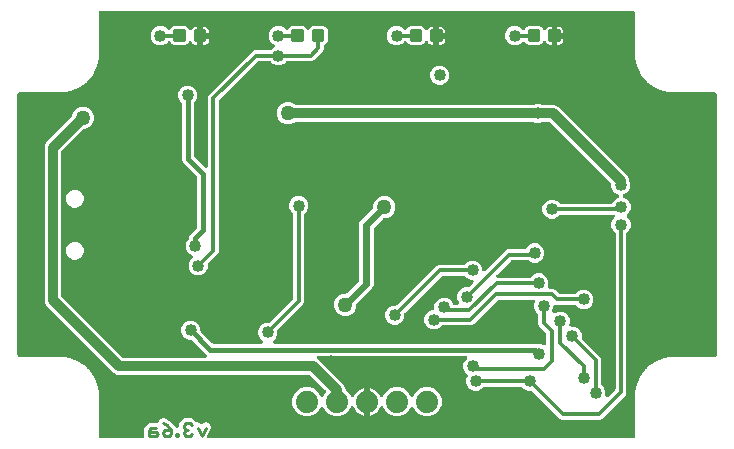
<source format=gbr>
G04 EAGLE Gerber RS-274X export*
G75*
%MOMM*%
%FSLAX34Y34*%
%LPD*%
%INBottom Copper*%
%IPPOS*%
%AMOC8*
5,1,8,0,0,1.08239X$1,22.5*%
G01*
%ADD10C,0.228600*%
%ADD11C,0.300000*%
%ADD12C,1.879600*%
%ADD13C,1.016000*%
%ADD14C,1.143000*%
%ADD15C,0.609600*%
%ADD16C,0.812800*%
%ADD17C,1.270000*%
%ADD18C,0.304800*%
%ADD19C,0.406400*%

G36*
X110032Y4068D02*
X110032Y4068D01*
X110058Y4066D01*
X110205Y4088D01*
X110352Y4105D01*
X110377Y4113D01*
X110403Y4117D01*
X110541Y4172D01*
X110680Y4222D01*
X110702Y4236D01*
X110727Y4246D01*
X110848Y4331D01*
X110973Y4411D01*
X110991Y4430D01*
X111013Y4445D01*
X111112Y4555D01*
X111215Y4662D01*
X111229Y4684D01*
X111246Y4704D01*
X111318Y4834D01*
X111394Y4961D01*
X111402Y4986D01*
X111415Y5009D01*
X111455Y5152D01*
X111500Y5293D01*
X111502Y5319D01*
X111510Y5344D01*
X111529Y5588D01*
X111529Y13171D01*
X115722Y17363D01*
X122146Y17363D01*
X122168Y17366D01*
X122190Y17364D01*
X122341Y17386D01*
X122492Y17403D01*
X122513Y17411D01*
X122535Y17414D01*
X122677Y17469D01*
X122820Y17521D01*
X122839Y17533D01*
X122860Y17541D01*
X122985Y17627D01*
X123113Y17710D01*
X123129Y17726D01*
X123147Y17739D01*
X123249Y17851D01*
X123355Y17960D01*
X123367Y17980D01*
X123382Y17996D01*
X123508Y18205D01*
X124442Y20073D01*
X127737Y21172D01*
X131557Y19261D01*
X131610Y19242D01*
X131659Y19215D01*
X131773Y19183D01*
X131885Y19142D01*
X131941Y19135D01*
X131995Y19120D01*
X132216Y19102D01*
X132231Y19101D01*
X132234Y19101D01*
X132238Y19100D01*
X132626Y19100D01*
X133198Y18529D01*
X133294Y18452D01*
X133384Y18370D01*
X133441Y18336D01*
X133471Y18312D01*
X133513Y18292D01*
X133593Y18243D01*
X134317Y17881D01*
X134439Y17514D01*
X134463Y17463D01*
X134479Y17409D01*
X134536Y17306D01*
X134587Y17198D01*
X134621Y17154D01*
X134649Y17105D01*
X134792Y16937D01*
X134802Y16924D01*
X134804Y16922D01*
X134807Y16919D01*
X136496Y15230D01*
X138164Y13562D01*
X138242Y13500D01*
X138315Y13430D01*
X138379Y13392D01*
X138437Y13346D01*
X138528Y13303D01*
X138614Y13251D01*
X138685Y13228D01*
X138752Y13197D01*
X138850Y13176D01*
X138946Y13145D01*
X139020Y13139D01*
X139093Y13123D01*
X139193Y13125D01*
X139293Y13117D01*
X139367Y13128D01*
X139441Y13129D01*
X139538Y13154D01*
X139638Y13169D01*
X139707Y13196D01*
X139779Y13214D01*
X139868Y13260D01*
X139962Y13297D01*
X140023Y13340D01*
X140089Y13374D01*
X140165Y13439D01*
X140248Y13496D01*
X140298Y13551D01*
X140354Y13600D01*
X140414Y13681D01*
X140481Y13755D01*
X140517Y13820D01*
X140561Y13880D01*
X140601Y13972D01*
X140650Y14060D01*
X140670Y14132D01*
X140699Y14200D01*
X140717Y14299D01*
X140745Y14395D01*
X140753Y14496D01*
X140761Y14543D01*
X140759Y14579D01*
X140764Y14639D01*
X140764Y16645D01*
X144957Y20838D01*
X147800Y20838D01*
X150143Y20838D01*
X151904Y20838D01*
X153128Y19613D01*
X154696Y18046D01*
X154798Y17965D01*
X154895Y17878D01*
X154934Y17856D01*
X154969Y17829D01*
X155086Y17773D01*
X155201Y17711D01*
X155244Y17699D01*
X155284Y17680D01*
X155411Y17653D01*
X155537Y17618D01*
X155581Y17616D01*
X155625Y17607D01*
X155755Y17609D01*
X155885Y17603D01*
X155929Y17612D01*
X155973Y17613D01*
X156099Y17644D01*
X156227Y17669D01*
X156279Y17689D01*
X156311Y17698D01*
X156317Y17701D01*
X159643Y16593D01*
X159661Y16589D01*
X159678Y16581D01*
X159831Y16553D01*
X159984Y16521D01*
X160002Y16521D01*
X160020Y16518D01*
X160176Y16525D01*
X160332Y16529D01*
X160350Y16533D01*
X160368Y16534D01*
X160606Y16593D01*
X163920Y17697D01*
X167026Y16144D01*
X168124Y12850D01*
X164834Y6269D01*
X164823Y6241D01*
X164808Y6215D01*
X164764Y6078D01*
X164715Y5942D01*
X164711Y5912D01*
X164702Y5883D01*
X164690Y5739D01*
X164673Y5596D01*
X164676Y5566D01*
X164674Y5536D01*
X164695Y5393D01*
X164711Y5249D01*
X164721Y5221D01*
X164726Y5191D01*
X164779Y5057D01*
X164827Y4921D01*
X164843Y4895D01*
X164854Y4867D01*
X164937Y4749D01*
X165014Y4627D01*
X165036Y4606D01*
X165053Y4581D01*
X165160Y4484D01*
X165264Y4383D01*
X165290Y4368D01*
X165312Y4348D01*
X165439Y4278D01*
X165562Y4203D01*
X165591Y4194D01*
X165617Y4179D01*
X165756Y4140D01*
X165893Y4095D01*
X165923Y4093D01*
X165952Y4084D01*
X166196Y4065D01*
X525428Y4065D01*
X525454Y4068D01*
X525480Y4066D01*
X525627Y4088D01*
X525774Y4105D01*
X525799Y4113D01*
X525825Y4117D01*
X525963Y4172D01*
X526102Y4222D01*
X526124Y4236D01*
X526149Y4246D01*
X526270Y4331D01*
X526395Y4411D01*
X526413Y4430D01*
X526435Y4445D01*
X526534Y4555D01*
X526637Y4662D01*
X526651Y4684D01*
X526668Y4704D01*
X526740Y4834D01*
X526816Y4961D01*
X526824Y4986D01*
X526837Y5009D01*
X526877Y5152D01*
X526922Y5293D01*
X526924Y5319D01*
X526932Y5344D01*
X526951Y5588D01*
X526951Y38295D01*
X526943Y38367D01*
X526944Y38439D01*
X526923Y38539D01*
X526911Y38641D01*
X526887Y38709D01*
X526872Y38780D01*
X526858Y38809D01*
X526947Y40054D01*
X526946Y40094D01*
X526951Y40163D01*
X526951Y41421D01*
X526960Y41445D01*
X527004Y41538D01*
X527019Y41609D01*
X527044Y41677D01*
X527068Y41835D01*
X527077Y41879D01*
X527077Y41895D01*
X527081Y41918D01*
X527156Y42969D01*
X527155Y42987D01*
X527158Y43005D01*
X527148Y43161D01*
X527141Y43317D01*
X527136Y43335D01*
X527135Y43352D01*
X527089Y43502D01*
X527049Y43644D01*
X527257Y44598D01*
X527260Y44635D01*
X527288Y44813D01*
X527358Y45792D01*
X527361Y45797D01*
X527394Y45834D01*
X527403Y45849D01*
X527415Y45863D01*
X527489Y46001D01*
X527565Y46137D01*
X527570Y46155D01*
X527579Y46170D01*
X527650Y46404D01*
X527913Y47613D01*
X527914Y47631D01*
X527920Y47648D01*
X527932Y47805D01*
X527947Y47960D01*
X527945Y47978D01*
X527946Y47995D01*
X527922Y48150D01*
X527903Y48297D01*
X528244Y49211D01*
X528253Y49247D01*
X528306Y49420D01*
X528515Y50381D01*
X528556Y50415D01*
X528567Y50429D01*
X528581Y50440D01*
X528674Y50567D01*
X528769Y50691D01*
X528776Y50707D01*
X528787Y50722D01*
X528891Y50943D01*
X529323Y52102D01*
X529327Y52119D01*
X529335Y52135D01*
X529369Y52288D01*
X529406Y52440D01*
X529407Y52458D01*
X529410Y52476D01*
X529409Y52632D01*
X529411Y52780D01*
X529879Y53637D01*
X529892Y53671D01*
X529899Y53685D01*
X529911Y53705D01*
X529916Y53722D01*
X529969Y53834D01*
X530312Y54756D01*
X530359Y54784D01*
X530371Y54796D01*
X530387Y54806D01*
X530496Y54918D01*
X530608Y55027D01*
X530618Y55042D01*
X530630Y55055D01*
X530764Y55259D01*
X531357Y56345D01*
X531364Y56361D01*
X531374Y56376D01*
X531430Y56523D01*
X531488Y56668D01*
X531491Y56685D01*
X531497Y56702D01*
X531518Y56857D01*
X531541Y57003D01*
X532126Y57784D01*
X532145Y57817D01*
X532243Y57967D01*
X532715Y58830D01*
X532764Y58852D01*
X532779Y58862D01*
X532795Y58869D01*
X532920Y58965D01*
X533046Y59057D01*
X533058Y59070D01*
X533072Y59081D01*
X533234Y59264D01*
X533975Y60255D01*
X533984Y60270D01*
X533996Y60283D01*
X534072Y60420D01*
X534151Y60556D01*
X534156Y60573D01*
X534164Y60588D01*
X534207Y60739D01*
X534250Y60880D01*
X534940Y61570D01*
X534963Y61599D01*
X535083Y61735D01*
X535672Y62522D01*
X535724Y62536D01*
X535740Y62544D01*
X535757Y62549D01*
X535894Y62625D01*
X536032Y62699D01*
X536046Y62710D01*
X536061Y62719D01*
X536248Y62878D01*
X537122Y63752D01*
X537134Y63766D01*
X537147Y63778D01*
X537242Y63903D01*
X537339Y64025D01*
X537347Y64041D01*
X537357Y64056D01*
X537421Y64199D01*
X537484Y64332D01*
X538265Y64917D01*
X538293Y64943D01*
X538430Y65060D01*
X539125Y65755D01*
X539179Y65761D01*
X539195Y65767D01*
X539213Y65770D01*
X539359Y65826D01*
X539507Y65879D01*
X539522Y65888D01*
X539538Y65895D01*
X539745Y66025D01*
X540736Y66766D01*
X540749Y66779D01*
X540764Y66788D01*
X540874Y66898D01*
X540989Y67006D01*
X540999Y67021D01*
X541011Y67033D01*
X541094Y67165D01*
X541176Y67289D01*
X542033Y67757D01*
X542063Y67778D01*
X542216Y67874D01*
X543003Y68464D01*
X543057Y68462D01*
X543074Y68466D01*
X543092Y68465D01*
X543245Y68500D01*
X543398Y68532D01*
X543414Y68539D01*
X543432Y68543D01*
X543655Y68643D01*
X544741Y69236D01*
X544755Y69246D01*
X544772Y69253D01*
X544898Y69346D01*
X545026Y69436D01*
X545038Y69450D01*
X545052Y69460D01*
X545153Y69580D01*
X545251Y69690D01*
X546166Y70031D01*
X546199Y70048D01*
X546363Y70121D01*
X547227Y70593D01*
X547280Y70584D01*
X547298Y70585D01*
X547315Y70582D01*
X547471Y70595D01*
X547628Y70604D01*
X547645Y70609D01*
X547663Y70610D01*
X547898Y70677D01*
X549057Y71109D01*
X549073Y71118D01*
X549090Y71122D01*
X549227Y71196D01*
X549367Y71268D01*
X549381Y71279D01*
X549397Y71288D01*
X549514Y71391D01*
X549627Y71487D01*
X550580Y71694D01*
X550616Y71706D01*
X550789Y71756D01*
X551710Y72099D01*
X551762Y72083D01*
X551780Y72081D01*
X551797Y72076D01*
X551952Y72066D01*
X552109Y72053D01*
X552127Y72056D01*
X552145Y72055D01*
X552387Y72087D01*
X553596Y72350D01*
X553612Y72356D01*
X553630Y72358D01*
X553778Y72412D01*
X553925Y72463D01*
X553940Y72472D01*
X553957Y72478D01*
X554089Y72565D01*
X554214Y72643D01*
X555187Y72712D01*
X555224Y72719D01*
X555402Y72743D01*
X556363Y72952D01*
X556411Y72928D01*
X556429Y72924D01*
X556445Y72917D01*
X556599Y72885D01*
X556751Y72850D01*
X556769Y72850D01*
X556786Y72846D01*
X557031Y72844D01*
X558082Y72919D01*
X558153Y72933D01*
X558225Y72936D01*
X558323Y72965D01*
X558424Y72984D01*
X558490Y73013D01*
X558560Y73033D01*
X558588Y73049D01*
X559837Y73049D01*
X559876Y73053D01*
X559946Y73053D01*
X561200Y73142D01*
X561225Y73135D01*
X561320Y73098D01*
X561392Y73088D01*
X561461Y73068D01*
X561622Y73055D01*
X561665Y73049D01*
X561681Y73051D01*
X561705Y73049D01*
X594412Y73049D01*
X594438Y73052D01*
X594464Y73050D01*
X594611Y73072D01*
X594758Y73089D01*
X594783Y73097D01*
X594809Y73101D01*
X594947Y73156D01*
X595086Y73206D01*
X595108Y73220D01*
X595133Y73230D01*
X595254Y73315D01*
X595379Y73395D01*
X595397Y73414D01*
X595419Y73429D01*
X595518Y73539D01*
X595621Y73646D01*
X595635Y73668D01*
X595652Y73688D01*
X595724Y73818D01*
X595800Y73945D01*
X595808Y73970D01*
X595821Y73993D01*
X595861Y74136D01*
X595906Y74277D01*
X595908Y74303D01*
X595916Y74328D01*
X595935Y74572D01*
X595935Y295428D01*
X595932Y295454D01*
X595934Y295480D01*
X595912Y295627D01*
X595895Y295774D01*
X595887Y295799D01*
X595883Y295825D01*
X595828Y295963D01*
X595778Y296102D01*
X595764Y296124D01*
X595754Y296149D01*
X595669Y296270D01*
X595589Y296395D01*
X595570Y296413D01*
X595555Y296435D01*
X595445Y296534D01*
X595338Y296637D01*
X595316Y296651D01*
X595296Y296668D01*
X595166Y296740D01*
X595039Y296816D01*
X595014Y296824D01*
X594991Y296837D01*
X594848Y296877D01*
X594707Y296922D01*
X594681Y296924D01*
X594656Y296932D01*
X594412Y296951D01*
X561705Y296951D01*
X561633Y296943D01*
X561561Y296944D01*
X561461Y296923D01*
X561359Y296911D01*
X561291Y296887D01*
X561220Y296872D01*
X561191Y296858D01*
X559946Y296947D01*
X559906Y296946D01*
X559837Y296951D01*
X558579Y296951D01*
X558555Y296960D01*
X558462Y297004D01*
X558391Y297019D01*
X558323Y297044D01*
X558165Y297068D01*
X558121Y297077D01*
X558105Y297077D01*
X558082Y297081D01*
X557031Y297156D01*
X557013Y297155D01*
X556995Y297158D01*
X556839Y297148D01*
X556683Y297141D01*
X556665Y297136D01*
X556648Y297135D01*
X556498Y297089D01*
X556356Y297049D01*
X555402Y297257D01*
X555365Y297260D01*
X555187Y297288D01*
X554206Y297358D01*
X554166Y297394D01*
X554151Y297403D01*
X554137Y297415D01*
X553999Y297489D01*
X553863Y297565D01*
X553845Y297570D01*
X553830Y297579D01*
X553596Y297650D01*
X552387Y297913D01*
X552369Y297914D01*
X552352Y297920D01*
X552195Y297932D01*
X552040Y297947D01*
X552022Y297945D01*
X552005Y297946D01*
X551850Y297922D01*
X551703Y297903D01*
X550789Y298244D01*
X550753Y298253D01*
X550580Y298306D01*
X549619Y298515D01*
X549585Y298556D01*
X549571Y298567D01*
X549560Y298581D01*
X549433Y298674D01*
X549309Y298769D01*
X549293Y298776D01*
X549278Y298787D01*
X549057Y298891D01*
X547898Y299323D01*
X547881Y299327D01*
X547865Y299335D01*
X547712Y299369D01*
X547560Y299406D01*
X547542Y299407D01*
X547524Y299410D01*
X547368Y299409D01*
X547220Y299411D01*
X546363Y299879D01*
X546329Y299892D01*
X546166Y299969D01*
X545244Y300312D01*
X545216Y300359D01*
X545204Y300371D01*
X545194Y300387D01*
X545082Y300496D01*
X544973Y300608D01*
X544958Y300618D01*
X544945Y300630D01*
X544741Y300765D01*
X543655Y301357D01*
X543639Y301364D01*
X543624Y301374D01*
X543478Y301429D01*
X543332Y301488D01*
X543315Y301491D01*
X543298Y301497D01*
X543143Y301518D01*
X542997Y301541D01*
X542216Y302126D01*
X542183Y302145D01*
X542033Y302243D01*
X541170Y302715D01*
X541148Y302764D01*
X541138Y302779D01*
X541131Y302795D01*
X541035Y302920D01*
X540943Y303046D01*
X540930Y303058D01*
X540919Y303072D01*
X540736Y303234D01*
X539745Y303975D01*
X539730Y303984D01*
X539717Y303996D01*
X539580Y304072D01*
X539444Y304151D01*
X539427Y304156D01*
X539412Y304164D01*
X539261Y304207D01*
X539120Y304250D01*
X538430Y304940D01*
X538401Y304963D01*
X538265Y305083D01*
X537478Y305672D01*
X537464Y305724D01*
X537456Y305740D01*
X537451Y305757D01*
X537375Y305894D01*
X537301Y306032D01*
X537290Y306046D01*
X537281Y306061D01*
X537122Y306248D01*
X536248Y307122D01*
X536234Y307134D01*
X536222Y307147D01*
X536097Y307242D01*
X535975Y307339D01*
X535959Y307347D01*
X535944Y307357D01*
X535801Y307421D01*
X535668Y307484D01*
X535083Y308265D01*
X535057Y308293D01*
X534940Y308430D01*
X534245Y309125D01*
X534239Y309179D01*
X534233Y309195D01*
X534230Y309213D01*
X534174Y309359D01*
X534121Y309507D01*
X534112Y309522D01*
X534105Y309538D01*
X533975Y309745D01*
X533234Y310736D01*
X533221Y310749D01*
X533212Y310764D01*
X533102Y310874D01*
X532994Y310989D01*
X532979Y310999D01*
X532967Y311011D01*
X532835Y311094D01*
X532711Y311176D01*
X532243Y312033D01*
X532222Y312063D01*
X532126Y312216D01*
X531536Y313003D01*
X531538Y313057D01*
X531534Y313074D01*
X531534Y313092D01*
X531500Y313245D01*
X531468Y313398D01*
X531461Y313414D01*
X531457Y313432D01*
X531357Y313655D01*
X530765Y314741D01*
X530754Y314755D01*
X530747Y314772D01*
X530654Y314898D01*
X530564Y315026D01*
X530550Y315038D01*
X530540Y315052D01*
X530420Y315153D01*
X530310Y315251D01*
X529969Y316166D01*
X529952Y316199D01*
X529879Y316363D01*
X529407Y317227D01*
X529416Y317280D01*
X529415Y317298D01*
X529418Y317315D01*
X529405Y317471D01*
X529396Y317628D01*
X529391Y317645D01*
X529390Y317663D01*
X529323Y317898D01*
X528890Y319057D01*
X528882Y319073D01*
X528878Y319090D01*
X528803Y319228D01*
X528732Y319367D01*
X528721Y319381D01*
X528712Y319397D01*
X528608Y319514D01*
X528513Y319627D01*
X528306Y320580D01*
X528294Y320616D01*
X528244Y320789D01*
X527901Y321710D01*
X527917Y321762D01*
X527919Y321780D01*
X527924Y321797D01*
X527934Y321952D01*
X527947Y322109D01*
X527944Y322127D01*
X527945Y322145D01*
X527913Y322387D01*
X527650Y323596D01*
X527644Y323612D01*
X527642Y323630D01*
X527588Y323778D01*
X527537Y323925D01*
X527528Y323940D01*
X527522Y323957D01*
X527435Y324089D01*
X527357Y324214D01*
X527288Y325187D01*
X527281Y325224D01*
X527257Y325402D01*
X527048Y326363D01*
X527072Y326411D01*
X527076Y326429D01*
X527083Y326445D01*
X527115Y326599D01*
X527150Y326751D01*
X527150Y326769D01*
X527154Y326786D01*
X527156Y327031D01*
X527081Y328082D01*
X527067Y328153D01*
X527064Y328225D01*
X527035Y328323D01*
X527016Y328424D01*
X526987Y328490D01*
X526967Y328560D01*
X526951Y328588D01*
X526951Y329837D01*
X526947Y329876D01*
X526947Y329946D01*
X526858Y331200D01*
X526865Y331225D01*
X526902Y331320D01*
X526912Y331392D01*
X526932Y331461D01*
X526945Y331622D01*
X526951Y331665D01*
X526949Y331681D01*
X526951Y331705D01*
X526951Y364412D01*
X526948Y364438D01*
X526950Y364464D01*
X526928Y364611D01*
X526911Y364758D01*
X526903Y364783D01*
X526899Y364809D01*
X526844Y364947D01*
X526794Y365086D01*
X526780Y365108D01*
X526770Y365133D01*
X526685Y365254D01*
X526605Y365379D01*
X526586Y365397D01*
X526571Y365419D01*
X526461Y365518D01*
X526354Y365621D01*
X526332Y365635D01*
X526312Y365652D01*
X526182Y365724D01*
X526055Y365800D01*
X526030Y365808D01*
X526007Y365821D01*
X525864Y365861D01*
X525723Y365906D01*
X525697Y365908D01*
X525672Y365916D01*
X525428Y365935D01*
X74572Y365935D01*
X74546Y365932D01*
X74520Y365934D01*
X74373Y365912D01*
X74226Y365895D01*
X74201Y365887D01*
X74175Y365883D01*
X74037Y365828D01*
X73898Y365778D01*
X73876Y365764D01*
X73851Y365754D01*
X73730Y365669D01*
X73605Y365589D01*
X73587Y365570D01*
X73565Y365555D01*
X73466Y365445D01*
X73363Y365338D01*
X73349Y365316D01*
X73332Y365296D01*
X73260Y365166D01*
X73184Y365039D01*
X73176Y365014D01*
X73163Y364991D01*
X73123Y364848D01*
X73078Y364707D01*
X73076Y364681D01*
X73068Y364656D01*
X73049Y364412D01*
X73049Y331705D01*
X73057Y331633D01*
X73056Y331561D01*
X73077Y331461D01*
X73089Y331359D01*
X73113Y331291D01*
X73128Y331220D01*
X73142Y331191D01*
X73053Y329946D01*
X73054Y329906D01*
X73049Y329837D01*
X73049Y328579D01*
X73040Y328555D01*
X72996Y328462D01*
X72981Y328391D01*
X72956Y328323D01*
X72932Y328164D01*
X72923Y328121D01*
X72923Y328105D01*
X72919Y328082D01*
X72844Y327031D01*
X72845Y327013D01*
X72842Y326995D01*
X72852Y326839D01*
X72859Y326683D01*
X72864Y326665D01*
X72865Y326648D01*
X72911Y326498D01*
X72951Y326356D01*
X72743Y325402D01*
X72740Y325365D01*
X72712Y325187D01*
X72642Y324206D01*
X72606Y324166D01*
X72597Y324151D01*
X72585Y324137D01*
X72511Y323999D01*
X72435Y323863D01*
X72430Y323845D01*
X72421Y323830D01*
X72350Y323596D01*
X72087Y322387D01*
X72086Y322369D01*
X72080Y322352D01*
X72068Y322195D01*
X72053Y322040D01*
X72055Y322022D01*
X72054Y322005D01*
X72078Y321849D01*
X72097Y321703D01*
X71756Y320789D01*
X71747Y320753D01*
X71694Y320580D01*
X71485Y319619D01*
X71444Y319585D01*
X71433Y319571D01*
X71419Y319560D01*
X71326Y319433D01*
X71231Y319309D01*
X71224Y319293D01*
X71213Y319278D01*
X71109Y319057D01*
X70677Y317898D01*
X70673Y317881D01*
X70665Y317865D01*
X70631Y317712D01*
X70594Y317560D01*
X70593Y317542D01*
X70590Y317524D01*
X70591Y317368D01*
X70589Y317220D01*
X70121Y316363D01*
X70107Y316329D01*
X70031Y316166D01*
X69688Y315244D01*
X69641Y315216D01*
X69629Y315204D01*
X69613Y315194D01*
X69504Y315082D01*
X69392Y314973D01*
X69382Y314958D01*
X69370Y314945D01*
X69236Y314741D01*
X68643Y313655D01*
X68636Y313639D01*
X68626Y313624D01*
X68570Y313477D01*
X68512Y313332D01*
X68509Y313315D01*
X68503Y313298D01*
X68482Y313143D01*
X68459Y312997D01*
X67874Y312216D01*
X67856Y312184D01*
X67757Y312033D01*
X67285Y311169D01*
X67236Y311148D01*
X67221Y311138D01*
X67205Y311131D01*
X67080Y311035D01*
X66954Y310943D01*
X66942Y310930D01*
X66928Y310919D01*
X66766Y310736D01*
X66025Y309745D01*
X66016Y309730D01*
X66004Y309717D01*
X65928Y309580D01*
X65849Y309444D01*
X65844Y309427D01*
X65836Y309412D01*
X65793Y309261D01*
X65750Y309120D01*
X65060Y308430D01*
X65037Y308401D01*
X64917Y308265D01*
X64328Y307478D01*
X64276Y307464D01*
X64260Y307456D01*
X64243Y307451D01*
X64106Y307375D01*
X63968Y307301D01*
X63954Y307290D01*
X63939Y307281D01*
X63752Y307122D01*
X62878Y306248D01*
X62866Y306234D01*
X62853Y306222D01*
X62758Y306097D01*
X62661Y305975D01*
X62653Y305959D01*
X62643Y305944D01*
X62579Y305801D01*
X62516Y305668D01*
X61735Y305083D01*
X61708Y305057D01*
X61570Y304940D01*
X60875Y304245D01*
X60821Y304239D01*
X60805Y304233D01*
X60787Y304230D01*
X60641Y304174D01*
X60493Y304121D01*
X60478Y304112D01*
X60462Y304105D01*
X60255Y303975D01*
X59264Y303234D01*
X59251Y303221D01*
X59236Y303212D01*
X59126Y303102D01*
X59011Y302994D01*
X59001Y302979D01*
X58989Y302967D01*
X58906Y302835D01*
X58824Y302711D01*
X57967Y302243D01*
X57937Y302222D01*
X57784Y302126D01*
X56997Y301536D01*
X56943Y301538D01*
X56926Y301534D01*
X56908Y301535D01*
X56755Y301500D01*
X56602Y301468D01*
X56586Y301461D01*
X56568Y301457D01*
X56345Y301357D01*
X55259Y300764D01*
X55245Y300754D01*
X55228Y300747D01*
X55102Y300654D01*
X54974Y300564D01*
X54962Y300550D01*
X54948Y300540D01*
X54847Y300420D01*
X54749Y300310D01*
X53834Y299969D01*
X53801Y299952D01*
X53637Y299879D01*
X52773Y299407D01*
X52720Y299416D01*
X52702Y299415D01*
X52685Y299418D01*
X52529Y299405D01*
X52372Y299396D01*
X52355Y299391D01*
X52337Y299390D01*
X52102Y299323D01*
X50943Y298891D01*
X50927Y298882D01*
X50910Y298878D01*
X50773Y298804D01*
X50633Y298732D01*
X50619Y298721D01*
X50603Y298712D01*
X50486Y298609D01*
X50373Y298513D01*
X49420Y298306D01*
X49384Y298294D01*
X49211Y298244D01*
X48290Y297901D01*
X48238Y297917D01*
X48220Y297919D01*
X48203Y297924D01*
X48048Y297934D01*
X47891Y297947D01*
X47873Y297944D01*
X47855Y297945D01*
X47613Y297913D01*
X46404Y297650D01*
X46388Y297644D01*
X46370Y297642D01*
X46222Y297588D01*
X46075Y297537D01*
X46060Y297528D01*
X46043Y297522D01*
X45911Y297435D01*
X45786Y297357D01*
X44813Y297288D01*
X44776Y297281D01*
X44598Y297257D01*
X43637Y297048D01*
X43589Y297072D01*
X43571Y297076D01*
X43555Y297083D01*
X43401Y297115D01*
X43249Y297150D01*
X43231Y297150D01*
X43214Y297154D01*
X42969Y297156D01*
X41918Y297081D01*
X41847Y297067D01*
X41775Y297064D01*
X41677Y297035D01*
X41576Y297016D01*
X41510Y296987D01*
X41440Y296967D01*
X41412Y296951D01*
X40163Y296951D01*
X40124Y296947D01*
X40054Y296947D01*
X38800Y296858D01*
X38775Y296865D01*
X38680Y296902D01*
X38608Y296912D01*
X38539Y296932D01*
X38378Y296945D01*
X38335Y296951D01*
X38319Y296949D01*
X38295Y296951D01*
X5588Y296951D01*
X5562Y296948D01*
X5536Y296950D01*
X5389Y296928D01*
X5242Y296911D01*
X5217Y296903D01*
X5191Y296899D01*
X5053Y296844D01*
X4914Y296794D01*
X4892Y296780D01*
X4867Y296770D01*
X4746Y296685D01*
X4621Y296605D01*
X4603Y296586D01*
X4581Y296571D01*
X4482Y296461D01*
X4379Y296354D01*
X4365Y296332D01*
X4348Y296312D01*
X4276Y296182D01*
X4200Y296055D01*
X4192Y296030D01*
X4179Y296007D01*
X4139Y295864D01*
X4094Y295723D01*
X4092Y295697D01*
X4084Y295672D01*
X4065Y295428D01*
X4065Y74572D01*
X4068Y74546D01*
X4066Y74520D01*
X4088Y74373D01*
X4105Y74226D01*
X4113Y74201D01*
X4117Y74175D01*
X4172Y74037D01*
X4222Y73898D01*
X4236Y73876D01*
X4246Y73851D01*
X4331Y73730D01*
X4411Y73605D01*
X4430Y73587D01*
X4445Y73565D01*
X4555Y73466D01*
X4662Y73363D01*
X4684Y73349D01*
X4704Y73332D01*
X4834Y73260D01*
X4961Y73184D01*
X4986Y73176D01*
X5009Y73163D01*
X5152Y73123D01*
X5293Y73078D01*
X5319Y73076D01*
X5344Y73068D01*
X5588Y73049D01*
X38295Y73049D01*
X38367Y73057D01*
X38439Y73056D01*
X38539Y73077D01*
X38641Y73089D01*
X38709Y73113D01*
X38780Y73128D01*
X38809Y73142D01*
X40054Y73053D01*
X40094Y73054D01*
X40163Y73049D01*
X41421Y73049D01*
X41445Y73040D01*
X41538Y72996D01*
X41609Y72981D01*
X41677Y72956D01*
X41835Y72932D01*
X41879Y72923D01*
X41895Y72923D01*
X41918Y72919D01*
X42969Y72844D01*
X42987Y72845D01*
X43005Y72842D01*
X43161Y72852D01*
X43317Y72859D01*
X43335Y72864D01*
X43352Y72865D01*
X43502Y72911D01*
X43644Y72951D01*
X44598Y72743D01*
X44635Y72740D01*
X44813Y72712D01*
X45794Y72642D01*
X45834Y72606D01*
X45849Y72597D01*
X45863Y72585D01*
X46001Y72511D01*
X46137Y72435D01*
X46155Y72430D01*
X46170Y72421D01*
X46404Y72350D01*
X47613Y72087D01*
X47631Y72086D01*
X47648Y72080D01*
X47805Y72068D01*
X47960Y72053D01*
X47978Y72055D01*
X47995Y72054D01*
X48150Y72078D01*
X48297Y72097D01*
X49211Y71756D01*
X49247Y71747D01*
X49420Y71694D01*
X50381Y71485D01*
X50415Y71444D01*
X50429Y71433D01*
X50440Y71419D01*
X50567Y71326D01*
X50691Y71231D01*
X50707Y71224D01*
X50722Y71213D01*
X50943Y71109D01*
X52102Y70677D01*
X52119Y70673D01*
X52135Y70665D01*
X52288Y70631D01*
X52440Y70594D01*
X52458Y70593D01*
X52476Y70590D01*
X52632Y70591D01*
X52780Y70589D01*
X53637Y70121D01*
X53671Y70108D01*
X53834Y70031D01*
X54756Y69688D01*
X54784Y69641D01*
X54796Y69629D01*
X54806Y69613D01*
X54918Y69504D01*
X55027Y69392D01*
X55042Y69382D01*
X55055Y69370D01*
X55259Y69236D01*
X56345Y68643D01*
X56361Y68636D01*
X56376Y68626D01*
X56523Y68570D01*
X56668Y68512D01*
X56685Y68509D01*
X56702Y68503D01*
X56857Y68482D01*
X57003Y68459D01*
X57784Y67874D01*
X57817Y67855D01*
X57967Y67757D01*
X58830Y67285D01*
X58852Y67236D01*
X58862Y67221D01*
X58869Y67205D01*
X58965Y67080D01*
X59057Y66954D01*
X59070Y66942D01*
X59081Y66928D01*
X59264Y66766D01*
X60255Y66025D01*
X60270Y66016D01*
X60283Y66004D01*
X60420Y65928D01*
X60556Y65849D01*
X60573Y65844D01*
X60588Y65836D01*
X60739Y65793D01*
X60880Y65750D01*
X61570Y65060D01*
X61599Y65037D01*
X61735Y64917D01*
X62522Y64328D01*
X62536Y64276D01*
X62544Y64260D01*
X62549Y64243D01*
X62625Y64106D01*
X62699Y63968D01*
X62710Y63954D01*
X62719Y63939D01*
X62878Y63752D01*
X63752Y62878D01*
X63766Y62866D01*
X63778Y62853D01*
X63903Y62758D01*
X64025Y62661D01*
X64041Y62653D01*
X64056Y62643D01*
X64199Y62579D01*
X64332Y62516D01*
X64917Y61735D01*
X64943Y61707D01*
X65060Y61570D01*
X65755Y60875D01*
X65761Y60821D01*
X65767Y60805D01*
X65770Y60787D01*
X65826Y60641D01*
X65879Y60493D01*
X65888Y60478D01*
X65895Y60462D01*
X66025Y60255D01*
X66766Y59264D01*
X66779Y59251D01*
X66788Y59236D01*
X66898Y59126D01*
X67006Y59011D01*
X67021Y59001D01*
X67033Y58989D01*
X67165Y58906D01*
X67289Y58824D01*
X67757Y57967D01*
X67778Y57937D01*
X67874Y57784D01*
X68464Y56997D01*
X68462Y56943D01*
X68466Y56926D01*
X68466Y56908D01*
X68500Y56755D01*
X68532Y56602D01*
X68539Y56586D01*
X68543Y56568D01*
X68643Y56345D01*
X69235Y55259D01*
X69246Y55245D01*
X69253Y55228D01*
X69346Y55102D01*
X69436Y54974D01*
X69450Y54962D01*
X69460Y54948D01*
X69580Y54847D01*
X69690Y54749D01*
X70031Y53834D01*
X70048Y53801D01*
X70121Y53637D01*
X70593Y52773D01*
X70584Y52720D01*
X70585Y52702D01*
X70582Y52685D01*
X70595Y52529D01*
X70604Y52372D01*
X70609Y52355D01*
X70610Y52337D01*
X70677Y52102D01*
X71109Y50943D01*
X71118Y50927D01*
X71122Y50910D01*
X71196Y50773D01*
X71268Y50633D01*
X71279Y50619D01*
X71288Y50603D01*
X71391Y50486D01*
X71487Y50373D01*
X71694Y49420D01*
X71704Y49391D01*
X71708Y49365D01*
X71721Y49332D01*
X71756Y49211D01*
X72099Y48290D01*
X72083Y48238D01*
X72081Y48220D01*
X72076Y48203D01*
X72066Y48048D01*
X72053Y47891D01*
X72056Y47873D01*
X72055Y47855D01*
X72087Y47613D01*
X72350Y46404D01*
X72356Y46388D01*
X72358Y46370D01*
X72412Y46222D01*
X72463Y46075D01*
X72472Y46060D01*
X72478Y46043D01*
X72565Y45911D01*
X72643Y45786D01*
X72712Y44813D01*
X72719Y44776D01*
X72743Y44598D01*
X72952Y43637D01*
X72928Y43589D01*
X72924Y43571D01*
X72917Y43555D01*
X72885Y43401D01*
X72850Y43249D01*
X72850Y43231D01*
X72846Y43214D01*
X72844Y42969D01*
X72919Y41918D01*
X72933Y41847D01*
X72936Y41775D01*
X72965Y41677D01*
X72984Y41576D01*
X73013Y41510D01*
X73033Y41440D01*
X73049Y41412D01*
X73049Y40163D01*
X73053Y40124D01*
X73053Y40054D01*
X73142Y38800D01*
X73135Y38775D01*
X73098Y38680D01*
X73088Y38608D01*
X73068Y38539D01*
X73055Y38378D01*
X73049Y38335D01*
X73051Y38319D01*
X73049Y38295D01*
X73049Y5588D01*
X73052Y5562D01*
X73050Y5536D01*
X73072Y5389D01*
X73089Y5242D01*
X73097Y5217D01*
X73101Y5191D01*
X73156Y5053D01*
X73206Y4914D01*
X73220Y4892D01*
X73230Y4867D01*
X73315Y4746D01*
X73395Y4621D01*
X73414Y4603D01*
X73429Y4581D01*
X73539Y4482D01*
X73646Y4379D01*
X73668Y4365D01*
X73688Y4348D01*
X73818Y4276D01*
X73945Y4200D01*
X73970Y4192D01*
X73993Y4179D01*
X74136Y4139D01*
X74277Y4094D01*
X74303Y4092D01*
X74328Y4084D01*
X74572Y4065D01*
X110006Y4065D01*
X110032Y4068D01*
G37*
%LPC*%
G36*
X464870Y19977D02*
X464870Y19977D01*
X463190Y20673D01*
X439948Y43915D01*
X439849Y43994D01*
X439755Y44078D01*
X439713Y44102D01*
X439675Y44132D01*
X439561Y44186D01*
X439450Y44247D01*
X439404Y44260D01*
X439360Y44281D01*
X439237Y44307D01*
X439115Y44342D01*
X439054Y44347D01*
X439019Y44354D01*
X438971Y44353D01*
X438871Y44361D01*
X436223Y44361D01*
X433235Y45599D01*
X431363Y47471D01*
X431264Y47550D01*
X431170Y47634D01*
X431128Y47658D01*
X431090Y47688D01*
X430976Y47742D01*
X430865Y47803D01*
X430819Y47816D01*
X430775Y47837D01*
X430652Y47863D01*
X430530Y47898D01*
X430469Y47903D01*
X430434Y47910D01*
X430386Y47909D01*
X430286Y47917D01*
X399674Y47917D01*
X399548Y47903D01*
X399422Y47896D01*
X399376Y47883D01*
X399328Y47877D01*
X399209Y47835D01*
X399087Y47800D01*
X399045Y47776D01*
X399000Y47760D01*
X398893Y47691D01*
X398783Y47630D01*
X398737Y47590D01*
X398707Y47571D01*
X398673Y47536D01*
X398597Y47471D01*
X396725Y45599D01*
X393737Y44361D01*
X390503Y44361D01*
X387515Y45599D01*
X385229Y47885D01*
X383991Y50873D01*
X383991Y54107D01*
X385118Y56827D01*
X385139Y56900D01*
X385169Y56970D01*
X385186Y57064D01*
X385192Y57083D01*
X385192Y57088D01*
X385213Y57162D01*
X385217Y57238D01*
X385231Y57313D01*
X385226Y57412D01*
X385230Y57510D01*
X385217Y57585D01*
X385213Y57661D01*
X385186Y57756D01*
X385168Y57853D01*
X385137Y57923D01*
X385116Y57996D01*
X385068Y58082D01*
X385029Y58172D01*
X384983Y58234D01*
X384946Y58300D01*
X384849Y58414D01*
X384821Y58452D01*
X384807Y58464D01*
X384788Y58487D01*
X382689Y60585D01*
X381451Y63573D01*
X381451Y66807D01*
X382689Y69795D01*
X384373Y71479D01*
X384436Y71557D01*
X384505Y71630D01*
X384544Y71694D01*
X384590Y71752D01*
X384633Y71843D01*
X384684Y71929D01*
X384707Y72000D01*
X384739Y72067D01*
X384760Y72165D01*
X384790Y72261D01*
X384796Y72335D01*
X384812Y72408D01*
X384810Y72508D01*
X384818Y72608D01*
X384807Y72682D01*
X384806Y72756D01*
X384782Y72853D01*
X384767Y72953D01*
X384739Y73022D01*
X384721Y73094D01*
X384675Y73183D01*
X384638Y73277D01*
X384596Y73338D01*
X384561Y73404D01*
X384496Y73480D01*
X384439Y73563D01*
X384384Y73613D01*
X384336Y73669D01*
X384255Y73729D01*
X384180Y73796D01*
X384115Y73832D01*
X384055Y73877D01*
X383963Y73916D01*
X383875Y73965D01*
X383804Y73985D01*
X383735Y74015D01*
X383637Y74032D01*
X383540Y74060D01*
X383440Y74068D01*
X383392Y74076D01*
X383357Y74074D01*
X383296Y74079D01*
X259144Y74079D01*
X259093Y74073D01*
X259043Y74076D01*
X258921Y74054D01*
X258797Y74039D01*
X258750Y74022D01*
X258700Y74013D01*
X258586Y73964D01*
X258469Y73922D01*
X258427Y73894D01*
X258381Y73874D01*
X258281Y73800D01*
X258177Y73733D01*
X258141Y73696D01*
X258101Y73666D01*
X258021Y73572D01*
X257934Y73482D01*
X257908Y73439D01*
X257876Y73400D01*
X257819Y73290D01*
X257756Y73183D01*
X257740Y73135D01*
X257717Y73090D01*
X257687Y72969D01*
X257649Y72851D01*
X257645Y72801D01*
X257633Y72752D01*
X257631Y72627D01*
X257621Y72504D01*
X257629Y72454D01*
X257628Y72403D01*
X257655Y72282D01*
X257673Y72159D01*
X257692Y72112D01*
X257703Y72063D01*
X257756Y71951D01*
X257802Y71835D01*
X257831Y71794D01*
X257852Y71748D01*
X257930Y71651D01*
X258001Y71549D01*
X258038Y71515D01*
X258070Y71476D01*
X258167Y71399D01*
X258259Y71316D01*
X258304Y71291D01*
X258343Y71260D01*
X258355Y71254D01*
X280630Y48979D01*
X281713Y46365D01*
X281713Y46121D01*
X281727Y45995D01*
X281734Y45869D01*
X281747Y45822D01*
X281753Y45774D01*
X281795Y45655D01*
X281830Y45534D01*
X281854Y45492D01*
X281870Y45446D01*
X281939Y45340D01*
X282000Y45230D01*
X282040Y45183D01*
X282059Y45153D01*
X282094Y45120D01*
X282159Y45043D01*
X285152Y42051D01*
X286148Y39646D01*
X286168Y39610D01*
X286181Y39571D01*
X286252Y39458D01*
X286317Y39341D01*
X286345Y39311D01*
X286366Y39276D01*
X286461Y39182D01*
X286551Y39083D01*
X286585Y39060D01*
X286614Y39031D01*
X286728Y38961D01*
X286838Y38885D01*
X286876Y38870D01*
X286911Y38848D01*
X287038Y38806D01*
X287162Y38757D01*
X287203Y38751D01*
X287241Y38738D01*
X287375Y38725D01*
X287507Y38706D01*
X287548Y38709D01*
X287588Y38706D01*
X287721Y38724D01*
X287854Y38735D01*
X287893Y38747D01*
X287934Y38753D01*
X288058Y38801D01*
X288186Y38842D01*
X288221Y38863D01*
X288259Y38877D01*
X288370Y38952D01*
X288485Y39022D01*
X288514Y39050D01*
X288548Y39073D01*
X288638Y39171D01*
X288735Y39264D01*
X288757Y39299D01*
X288784Y39329D01*
X288913Y39537D01*
X289789Y41257D01*
X290894Y42778D01*
X292222Y44106D01*
X293743Y45211D01*
X295417Y46064D01*
X297204Y46645D01*
X297461Y46685D01*
X297461Y36016D01*
X297462Y36005D01*
X297462Y36001D01*
X297464Y35988D01*
X297462Y35964D01*
X297484Y35817D01*
X297501Y35670D01*
X297509Y35645D01*
X297513Y35619D01*
X297568Y35482D01*
X297618Y35342D01*
X297632Y35320D01*
X297642Y35295D01*
X297727Y35174D01*
X297807Y35049D01*
X297826Y35031D01*
X297841Y35009D01*
X297857Y34995D01*
X297775Y34910D01*
X297761Y34887D01*
X297744Y34868D01*
X297672Y34738D01*
X297596Y34611D01*
X297588Y34586D01*
X297575Y34563D01*
X297535Y34420D01*
X297490Y34279D01*
X297487Y34253D01*
X297480Y34228D01*
X297461Y33984D01*
X297461Y23315D01*
X297204Y23355D01*
X295417Y23936D01*
X293743Y24789D01*
X292222Y25894D01*
X290894Y27222D01*
X289789Y28743D01*
X288913Y30463D01*
X288890Y30497D01*
X288874Y30534D01*
X288794Y30642D01*
X288720Y30753D01*
X288690Y30781D01*
X288666Y30814D01*
X288564Y30901D01*
X288466Y30992D01*
X288431Y31013D01*
X288400Y31039D01*
X288281Y31100D01*
X288165Y31168D01*
X288126Y31179D01*
X288090Y31198D01*
X287960Y31230D01*
X287832Y31270D01*
X287791Y31272D01*
X287751Y31282D01*
X287617Y31284D01*
X287484Y31293D01*
X287444Y31287D01*
X287403Y31287D01*
X287272Y31259D01*
X287140Y31237D01*
X287102Y31222D01*
X287062Y31213D01*
X286942Y31156D01*
X286818Y31104D01*
X286784Y31081D01*
X286748Y31063D01*
X286643Y30980D01*
X286534Y30902D01*
X286507Y30871D01*
X286475Y30846D01*
X286393Y30741D01*
X286304Y30640D01*
X286285Y30604D01*
X286259Y30572D01*
X286148Y30354D01*
X285152Y27949D01*
X281651Y24448D01*
X277076Y22553D01*
X272124Y22553D01*
X267549Y24448D01*
X264048Y27949D01*
X263307Y29738D01*
X263259Y29826D01*
X263219Y29918D01*
X263174Y29978D01*
X263138Y30043D01*
X263071Y30117D01*
X263011Y30198D01*
X262954Y30246D01*
X262904Y30301D01*
X262821Y30358D01*
X262745Y30423D01*
X262678Y30457D01*
X262617Y30499D01*
X262524Y30536D01*
X262434Y30582D01*
X262362Y30600D01*
X262293Y30627D01*
X262194Y30642D01*
X262096Y30666D01*
X262022Y30667D01*
X261948Y30678D01*
X261848Y30669D01*
X261748Y30671D01*
X261675Y30655D01*
X261601Y30649D01*
X261505Y30618D01*
X261407Y30597D01*
X261340Y30565D01*
X261269Y30542D01*
X261183Y30490D01*
X261092Y30447D01*
X261034Y30400D01*
X260971Y30362D01*
X260899Y30292D01*
X260820Y30229D01*
X260774Y30171D01*
X260721Y30119D01*
X260666Y30035D01*
X260604Y29956D01*
X260558Y29867D01*
X260532Y29826D01*
X260520Y29792D01*
X260493Y29738D01*
X259752Y27949D01*
X256251Y24448D01*
X251676Y22553D01*
X246724Y22553D01*
X242149Y24448D01*
X238648Y27949D01*
X236753Y32524D01*
X236753Y37476D01*
X238648Y42051D01*
X242149Y45552D01*
X246724Y47447D01*
X251676Y47447D01*
X256251Y45552D01*
X259752Y42051D01*
X260493Y40262D01*
X260541Y40174D01*
X260582Y40082D01*
X260626Y40022D01*
X260662Y39957D01*
X260729Y39883D01*
X260789Y39802D01*
X260846Y39754D01*
X260896Y39699D01*
X260979Y39642D01*
X261055Y39577D01*
X261122Y39543D01*
X261183Y39501D01*
X261276Y39464D01*
X261366Y39418D01*
X261438Y39400D01*
X261507Y39373D01*
X261606Y39358D01*
X261704Y39334D01*
X261778Y39333D01*
X261852Y39322D01*
X261952Y39331D01*
X262052Y39329D01*
X262125Y39345D01*
X262199Y39351D01*
X262295Y39382D01*
X262393Y39403D01*
X262460Y39435D01*
X262531Y39458D01*
X262617Y39510D01*
X262708Y39553D01*
X262766Y39600D01*
X262829Y39638D01*
X262901Y39708D01*
X262980Y39771D01*
X263026Y39829D01*
X263079Y39881D01*
X263134Y39965D01*
X263196Y40044D01*
X263242Y40134D01*
X263268Y40174D01*
X263280Y40208D01*
X263307Y40262D01*
X264048Y42050D01*
X264667Y42670D01*
X264684Y42690D01*
X264704Y42707D01*
X264792Y42826D01*
X264884Y42943D01*
X264895Y42966D01*
X264911Y42987D01*
X264969Y43123D01*
X265033Y43258D01*
X265038Y43283D01*
X265049Y43307D01*
X265075Y43454D01*
X265106Y43598D01*
X265106Y43625D01*
X265110Y43650D01*
X265103Y43799D01*
X265100Y43947D01*
X265094Y43972D01*
X265092Y43999D01*
X265051Y44141D01*
X265015Y44285D01*
X265003Y44308D01*
X264996Y44333D01*
X264924Y44463D01*
X264856Y44595D01*
X264839Y44615D01*
X264826Y44638D01*
X264667Y44824D01*
X251860Y57631D01*
X251761Y57710D01*
X251667Y57794D01*
X251625Y57818D01*
X251587Y57848D01*
X251473Y57902D01*
X251362Y57963D01*
X251316Y57976D01*
X251272Y57997D01*
X251148Y58023D01*
X251027Y58058D01*
X250966Y58063D01*
X250931Y58070D01*
X250883Y58069D01*
X250783Y58077D01*
X88445Y58077D01*
X85831Y59160D01*
X28070Y116921D01*
X26987Y119535D01*
X26987Y251510D01*
X28070Y254124D01*
X30285Y256339D01*
X49535Y275589D01*
X49614Y275688D01*
X49698Y275782D01*
X49722Y275824D01*
X49752Y275862D01*
X49806Y275976D01*
X49867Y276087D01*
X49880Y276133D01*
X49901Y276177D01*
X49927Y276300D01*
X49962Y276422D01*
X49967Y276483D01*
X49974Y276518D01*
X49973Y276566D01*
X49981Y276666D01*
X49981Y277244D01*
X51412Y280699D01*
X54056Y283343D01*
X57511Y284774D01*
X61249Y284774D01*
X64704Y283343D01*
X67348Y280699D01*
X68779Y277244D01*
X68779Y273506D01*
X67348Y270051D01*
X64704Y267407D01*
X61249Y265976D01*
X60671Y265976D01*
X60546Y265962D01*
X60419Y265955D01*
X60373Y265942D01*
X60325Y265936D01*
X60206Y265894D01*
X60084Y265859D01*
X60042Y265835D01*
X59997Y265819D01*
X59891Y265750D01*
X59780Y265689D01*
X59734Y265649D01*
X59704Y265630D01*
X59670Y265595D01*
X59594Y265530D01*
X41659Y247595D01*
X41580Y247496D01*
X41496Y247402D01*
X41472Y247360D01*
X41442Y247322D01*
X41388Y247208D01*
X41327Y247097D01*
X41314Y247051D01*
X41293Y247007D01*
X41267Y246884D01*
X41232Y246762D01*
X41227Y246701D01*
X41220Y246666D01*
X41221Y246618D01*
X41213Y246518D01*
X41213Y124527D01*
X41227Y124401D01*
X41234Y124275D01*
X41247Y124229D01*
X41253Y124181D01*
X41295Y124062D01*
X41330Y123940D01*
X41354Y123898D01*
X41370Y123853D01*
X41439Y123747D01*
X41500Y123636D01*
X41540Y123590D01*
X41559Y123560D01*
X41594Y123526D01*
X41659Y123450D01*
X92360Y72749D01*
X92459Y72670D01*
X92553Y72586D01*
X92595Y72562D01*
X92633Y72532D01*
X92747Y72478D01*
X92858Y72417D01*
X92904Y72404D01*
X92948Y72383D01*
X93072Y72357D01*
X93193Y72322D01*
X93254Y72317D01*
X93289Y72310D01*
X93337Y72311D01*
X93437Y72303D01*
X163325Y72303D01*
X163424Y72314D01*
X163525Y72316D01*
X163597Y72334D01*
X163671Y72343D01*
X163765Y72376D01*
X163863Y72401D01*
X163929Y72435D01*
X163999Y72460D01*
X164083Y72515D01*
X164173Y72561D01*
X164229Y72609D01*
X164292Y72649D01*
X164362Y72721D01*
X164438Y72786D01*
X164482Y72846D01*
X164534Y72900D01*
X164585Y72986D01*
X164645Y73067D01*
X164675Y73135D01*
X164713Y73199D01*
X164743Y73295D01*
X164783Y73387D01*
X164796Y73460D01*
X164819Y73531D01*
X164827Y73631D01*
X164845Y73730D01*
X164841Y73804D01*
X164847Y73878D01*
X164832Y73977D01*
X164827Y74078D01*
X164806Y74149D01*
X164795Y74223D01*
X164758Y74316D01*
X164730Y74413D01*
X164694Y74478D01*
X164667Y74547D01*
X164609Y74629D01*
X164560Y74717D01*
X164495Y74793D01*
X164468Y74833D01*
X164441Y74857D01*
X164402Y74903D01*
X162809Y76496D01*
X162808Y76496D01*
X152210Y87095D01*
X152111Y87174D01*
X152017Y87258D01*
X151974Y87282D01*
X151937Y87312D01*
X151822Y87366D01*
X151712Y87427D01*
X151665Y87440D01*
X151622Y87461D01*
X151498Y87487D01*
X151376Y87522D01*
X151316Y87527D01*
X151281Y87534D01*
X151233Y87533D01*
X151133Y87541D01*
X149203Y87541D01*
X146215Y88779D01*
X143929Y91065D01*
X142691Y94053D01*
X142691Y97287D01*
X143929Y100275D01*
X146215Y102561D01*
X149203Y103799D01*
X152437Y103799D01*
X155425Y102561D01*
X157711Y100275D01*
X158949Y97287D01*
X158949Y95357D01*
X158963Y95232D01*
X158970Y95106D01*
X158983Y95059D01*
X158989Y95011D01*
X159031Y94892D01*
X159066Y94771D01*
X159090Y94729D01*
X159106Y94683D01*
X159175Y94577D01*
X159236Y94467D01*
X159276Y94420D01*
X159295Y94390D01*
X159330Y94357D01*
X159395Y94280D01*
X168988Y84687D01*
X169087Y84608D01*
X169181Y84524D01*
X169224Y84500D01*
X169261Y84470D01*
X169376Y84416D01*
X169486Y84355D01*
X169533Y84342D01*
X169576Y84321D01*
X169700Y84295D01*
X169822Y84260D01*
X169882Y84255D01*
X169917Y84248D01*
X169965Y84249D01*
X170065Y84241D01*
X210149Y84241D01*
X210249Y84252D01*
X210349Y84254D01*
X210421Y84272D01*
X210495Y84281D01*
X210590Y84314D01*
X210687Y84339D01*
X210753Y84373D01*
X210823Y84398D01*
X210908Y84453D01*
X210997Y84499D01*
X211054Y84547D01*
X211116Y84587D01*
X211186Y84659D01*
X211262Y84724D01*
X211307Y84784D01*
X211358Y84838D01*
X211410Y84924D01*
X211470Y85005D01*
X211499Y85073D01*
X211537Y85137D01*
X211568Y85233D01*
X211608Y85325D01*
X211621Y85398D01*
X211643Y85469D01*
X211652Y85569D01*
X211669Y85668D01*
X211665Y85742D01*
X211671Y85816D01*
X211657Y85916D01*
X211651Y86016D01*
X211631Y86087D01*
X211620Y86161D01*
X211583Y86254D01*
X211555Y86351D01*
X211518Y86416D01*
X211491Y86485D01*
X211434Y86567D01*
X211385Y86655D01*
X211320Y86731D01*
X211292Y86771D01*
X211266Y86795D01*
X211226Y86841D01*
X209009Y89058D01*
X207771Y92046D01*
X207771Y95280D01*
X209009Y98268D01*
X211295Y100554D01*
X214283Y101792D01*
X216931Y101792D01*
X217057Y101806D01*
X217183Y101813D01*
X217229Y101826D01*
X217277Y101832D01*
X217396Y101874D01*
X217518Y101909D01*
X217560Y101933D01*
X217605Y101949D01*
X217712Y102018D01*
X217822Y102079D01*
X217868Y102119D01*
X217898Y102138D01*
X217932Y102173D01*
X218008Y102238D01*
X237241Y121471D01*
X237320Y121570D01*
X237404Y121664D01*
X237428Y121706D01*
X237458Y121744D01*
X237512Y121858D01*
X237573Y121969D01*
X237586Y122015D01*
X237607Y122059D01*
X237633Y122182D01*
X237668Y122304D01*
X237673Y122365D01*
X237680Y122400D01*
X237679Y122448D01*
X237687Y122548D01*
X237687Y193526D01*
X237673Y193652D01*
X237666Y193778D01*
X237653Y193824D01*
X237647Y193872D01*
X237605Y193991D01*
X237570Y194113D01*
X237546Y194155D01*
X237530Y194200D01*
X237461Y194307D01*
X237400Y194417D01*
X237360Y194463D01*
X237341Y194493D01*
X237306Y194527D01*
X237241Y194603D01*
X235369Y196475D01*
X234131Y199463D01*
X234131Y202697D01*
X235369Y205685D01*
X237655Y207971D01*
X240643Y209209D01*
X243877Y209209D01*
X246865Y207971D01*
X249151Y205685D01*
X250389Y202697D01*
X250389Y199463D01*
X249151Y196475D01*
X247279Y194603D01*
X247200Y194504D01*
X247116Y194410D01*
X247092Y194368D01*
X247062Y194330D01*
X247008Y194216D01*
X246947Y194105D01*
X246934Y194059D01*
X246913Y194015D01*
X246887Y193892D01*
X246852Y193770D01*
X246847Y193709D01*
X246840Y193674D01*
X246841Y193626D01*
X246833Y193526D01*
X246833Y119113D01*
X246137Y117433D01*
X224475Y95771D01*
X224396Y95672D01*
X224312Y95578D01*
X224288Y95536D01*
X224258Y95498D01*
X224204Y95384D01*
X224143Y95273D01*
X224130Y95227D01*
X224109Y95183D01*
X224083Y95060D01*
X224048Y94938D01*
X224043Y94877D01*
X224036Y94842D01*
X224037Y94794D01*
X224029Y94694D01*
X224029Y92046D01*
X222791Y89058D01*
X220574Y86841D01*
X220511Y86763D01*
X220442Y86690D01*
X220403Y86626D01*
X220357Y86568D01*
X220314Y86477D01*
X220263Y86391D01*
X220240Y86320D01*
X220208Y86253D01*
X220187Y86155D01*
X220157Y86059D01*
X220151Y85985D01*
X220135Y85912D01*
X220137Y85812D01*
X220129Y85712D01*
X220140Y85638D01*
X220141Y85564D01*
X220165Y85467D01*
X220180Y85367D01*
X220208Y85298D01*
X220226Y85226D01*
X220272Y85137D01*
X220309Y85043D01*
X220351Y84982D01*
X220386Y84916D01*
X220451Y84840D01*
X220508Y84757D01*
X220563Y84707D01*
X220611Y84651D01*
X220692Y84591D01*
X220767Y84524D01*
X220832Y84488D01*
X220892Y84443D01*
X220984Y84404D01*
X221072Y84355D01*
X221143Y84335D01*
X221212Y84305D01*
X221310Y84288D01*
X221407Y84260D01*
X221507Y84252D01*
X221555Y84244D01*
X221590Y84246D01*
X221651Y84241D01*
X443111Y84241D01*
X443584Y84045D01*
X443586Y84044D01*
X443588Y84043D01*
X443755Y83996D01*
X443919Y83949D01*
X443921Y83949D01*
X443923Y83948D01*
X444167Y83929D01*
X447077Y83929D01*
X449569Y82896D01*
X449714Y82855D01*
X449857Y82809D01*
X449881Y82807D01*
X449904Y82801D01*
X450055Y82793D01*
X450204Y82781D01*
X450228Y82785D01*
X450252Y82784D01*
X450400Y82811D01*
X450549Y82833D01*
X450571Y82842D01*
X450595Y82846D01*
X450733Y82906D01*
X450873Y82962D01*
X450893Y82976D01*
X450915Y82985D01*
X451036Y83075D01*
X451159Y83161D01*
X451175Y83179D01*
X451195Y83193D01*
X451292Y83308D01*
X451392Y83420D01*
X451404Y83441D01*
X451420Y83459D01*
X451488Y83593D01*
X451561Y83725D01*
X451567Y83748D01*
X451578Y83769D01*
X451615Y83915D01*
X451656Y84060D01*
X451658Y84089D01*
X451663Y84108D01*
X451663Y84155D01*
X451675Y84304D01*
X451675Y92535D01*
X451661Y92661D01*
X451654Y92787D01*
X451641Y92833D01*
X451635Y92881D01*
X451593Y93000D01*
X451558Y93122D01*
X451534Y93164D01*
X451518Y93209D01*
X451449Y93316D01*
X451388Y93426D01*
X451348Y93472D01*
X451329Y93502D01*
X451294Y93536D01*
X451229Y93612D01*
X445783Y99058D01*
X445087Y100738D01*
X445087Y108436D01*
X445073Y108562D01*
X445066Y108688D01*
X445053Y108734D01*
X445047Y108782D01*
X445005Y108901D01*
X444970Y109023D01*
X444946Y109065D01*
X444930Y109110D01*
X444861Y109217D01*
X444800Y109327D01*
X444760Y109373D01*
X444741Y109403D01*
X444706Y109437D01*
X444641Y109513D01*
X442769Y111385D01*
X441531Y114373D01*
X441531Y117607D01*
X442303Y119471D01*
X442345Y119616D01*
X442391Y119759D01*
X442392Y119783D01*
X442399Y119806D01*
X442406Y119957D01*
X442418Y120106D01*
X442415Y120130D01*
X442416Y120154D01*
X442389Y120302D01*
X442367Y120451D01*
X442358Y120473D01*
X442354Y120497D01*
X442294Y120635D01*
X442238Y120775D01*
X442224Y120795D01*
X442215Y120817D01*
X442125Y120938D01*
X442039Y121061D01*
X442021Y121077D01*
X442007Y121097D01*
X441892Y121194D01*
X441780Y121294D01*
X441759Y121306D01*
X441741Y121322D01*
X441607Y121390D01*
X441475Y121463D01*
X441452Y121469D01*
X441430Y121480D01*
X441285Y121517D01*
X441140Y121558D01*
X441111Y121560D01*
X441092Y121565D01*
X441045Y121565D01*
X440896Y121577D01*
X411885Y121577D01*
X411759Y121563D01*
X411633Y121556D01*
X411587Y121543D01*
X411539Y121537D01*
X411420Y121495D01*
X411298Y121460D01*
X411256Y121436D01*
X411211Y121420D01*
X411104Y121351D01*
X410994Y121290D01*
X410948Y121250D01*
X410918Y121231D01*
X410884Y121196D01*
X410808Y121131D01*
X390170Y100493D01*
X388490Y99797D01*
X364114Y99797D01*
X363988Y99783D01*
X363862Y99776D01*
X363816Y99763D01*
X363768Y99757D01*
X363649Y99715D01*
X363527Y99680D01*
X363485Y99656D01*
X363440Y99640D01*
X363333Y99571D01*
X363223Y99510D01*
X363177Y99470D01*
X363147Y99451D01*
X363113Y99416D01*
X363037Y99351D01*
X361165Y97479D01*
X358177Y96241D01*
X354943Y96241D01*
X351955Y97479D01*
X349669Y99765D01*
X348431Y102753D01*
X348431Y105987D01*
X349669Y108975D01*
X351955Y111261D01*
X354943Y112499D01*
X355608Y112499D01*
X355634Y112502D01*
X355660Y112500D01*
X355807Y112522D01*
X355954Y112539D01*
X355979Y112547D01*
X356005Y112551D01*
X356143Y112606D01*
X356282Y112656D01*
X356304Y112670D01*
X356329Y112680D01*
X356450Y112765D01*
X356575Y112845D01*
X356593Y112864D01*
X356615Y112879D01*
X356714Y112989D01*
X356817Y113096D01*
X356831Y113118D01*
X356848Y113138D01*
X356920Y113268D01*
X356996Y113395D01*
X357004Y113420D01*
X357017Y113443D01*
X357057Y113586D01*
X357102Y113727D01*
X357104Y113753D01*
X357112Y113778D01*
X357131Y114022D01*
X357131Y116527D01*
X358369Y119515D01*
X360655Y121801D01*
X363643Y123039D01*
X366877Y123039D01*
X369865Y121801D01*
X372151Y119515D01*
X372827Y117883D01*
X372864Y117816D01*
X372892Y117745D01*
X372948Y117665D01*
X372996Y117578D01*
X373048Y117522D01*
X373091Y117459D01*
X373164Y117393D01*
X373230Y117320D01*
X373293Y117277D01*
X373350Y117226D01*
X373436Y117178D01*
X373517Y117122D01*
X373588Y117094D01*
X373655Y117057D01*
X373750Y117030D01*
X373841Y116994D01*
X373917Y116983D01*
X373991Y116962D01*
X374139Y116950D01*
X374186Y116943D01*
X374205Y116945D01*
X374234Y116943D01*
X376287Y116943D01*
X376436Y116960D01*
X376586Y116972D01*
X376609Y116980D01*
X376633Y116983D01*
X376774Y117033D01*
X376918Y117079D01*
X376939Y117092D01*
X376961Y117100D01*
X377088Y117182D01*
X377217Y117259D01*
X377234Y117276D01*
X377254Y117289D01*
X377359Y117397D01*
X377467Y117502D01*
X377480Y117522D01*
X377496Y117540D01*
X377574Y117669D01*
X377655Y117795D01*
X377663Y117818D01*
X377675Y117839D01*
X377721Y117982D01*
X377771Y118124D01*
X377774Y118148D01*
X377781Y118171D01*
X377793Y118320D01*
X377810Y118470D01*
X377807Y118494D01*
X377809Y118518D01*
X377787Y118667D01*
X377770Y118816D01*
X377761Y118844D01*
X377758Y118863D01*
X377740Y118907D01*
X377694Y119049D01*
X376371Y122243D01*
X376371Y125477D01*
X377609Y128465D01*
X379895Y130751D01*
X382883Y131989D01*
X385531Y131989D01*
X385657Y132003D01*
X385783Y132010D01*
X385829Y132023D01*
X385877Y132029D01*
X385996Y132071D01*
X386118Y132106D01*
X386160Y132130D01*
X386205Y132146D01*
X386312Y132215D01*
X386422Y132276D01*
X386468Y132316D01*
X386498Y132335D01*
X386524Y132362D01*
X386527Y132364D01*
X386537Y132375D01*
X386608Y132435D01*
X389914Y135741D01*
X389976Y135819D01*
X390046Y135892D01*
X390085Y135956D01*
X390131Y136014D01*
X390174Y136105D01*
X390225Y136191D01*
X390248Y136262D01*
X390280Y136329D01*
X390301Y136427D01*
X390331Y136523D01*
X390337Y136597D01*
X390353Y136670D01*
X390351Y136770D01*
X390359Y136870D01*
X390348Y136944D01*
X390347Y137018D01*
X390323Y137115D01*
X390308Y137215D01*
X390280Y137284D01*
X390262Y137356D01*
X390216Y137445D01*
X390179Y137539D01*
X390136Y137600D01*
X390102Y137666D01*
X390037Y137742D01*
X389980Y137825D01*
X389925Y137875D01*
X389877Y137931D01*
X389796Y137991D01*
X389721Y138058D01*
X389656Y138094D01*
X389596Y138139D01*
X389504Y138178D01*
X389416Y138227D01*
X389345Y138247D01*
X389276Y138277D01*
X389178Y138294D01*
X389081Y138322D01*
X388981Y138330D01*
X388933Y138338D01*
X388898Y138336D01*
X388837Y138341D01*
X387709Y138341D01*
X384721Y139579D01*
X382849Y141451D01*
X382750Y141530D01*
X382656Y141614D01*
X382614Y141638D01*
X382576Y141668D01*
X382462Y141722D01*
X382351Y141783D01*
X382305Y141796D01*
X382261Y141817D01*
X382138Y141843D01*
X382016Y141878D01*
X381955Y141883D01*
X381920Y141890D01*
X381872Y141889D01*
X381772Y141897D01*
X364165Y141897D01*
X364039Y141883D01*
X363913Y141876D01*
X363867Y141863D01*
X363819Y141857D01*
X363700Y141815D01*
X363578Y141780D01*
X363536Y141756D01*
X363491Y141740D01*
X363384Y141671D01*
X363274Y141610D01*
X363228Y141570D01*
X363198Y141551D01*
X363164Y141516D01*
X363088Y141451D01*
X332115Y110478D01*
X332036Y110379D01*
X331952Y110285D01*
X331928Y110243D01*
X331898Y110205D01*
X331844Y110091D01*
X331783Y109980D01*
X331770Y109934D01*
X331749Y109890D01*
X331723Y109767D01*
X331688Y109645D01*
X331683Y109584D01*
X331676Y109549D01*
X331677Y109501D01*
X331669Y109401D01*
X331669Y106753D01*
X330431Y103765D01*
X328145Y101479D01*
X325157Y100241D01*
X321923Y100241D01*
X318935Y101479D01*
X316649Y103765D01*
X315411Y106753D01*
X315411Y109987D01*
X316649Y112975D01*
X318935Y115261D01*
X321923Y116499D01*
X324571Y116499D01*
X324697Y116513D01*
X324823Y116520D01*
X324869Y116533D01*
X324917Y116539D01*
X325036Y116581D01*
X325158Y116616D01*
X325200Y116640D01*
X325245Y116656D01*
X325352Y116725D01*
X325462Y116786D01*
X325508Y116826D01*
X325538Y116845D01*
X325572Y116880D01*
X325648Y116945D01*
X357549Y148846D01*
X359050Y150347D01*
X360730Y151043D01*
X381772Y151043D01*
X381898Y151057D01*
X382024Y151064D01*
X382070Y151077D01*
X382118Y151083D01*
X382237Y151125D01*
X382359Y151160D01*
X382401Y151184D01*
X382446Y151200D01*
X382553Y151269D01*
X382663Y151330D01*
X382709Y151370D01*
X382739Y151389D01*
X382773Y151424D01*
X382849Y151489D01*
X384721Y153361D01*
X387709Y154599D01*
X390943Y154599D01*
X393931Y153361D01*
X396217Y151075D01*
X397455Y148087D01*
X397455Y146959D01*
X397466Y146859D01*
X397468Y146759D01*
X397486Y146687D01*
X397495Y146613D01*
X397528Y146518D01*
X397553Y146421D01*
X397587Y146355D01*
X397612Y146285D01*
X397667Y146200D01*
X397713Y146111D01*
X397761Y146054D01*
X397801Y145992D01*
X397873Y145922D01*
X397938Y145846D01*
X397998Y145801D01*
X398052Y145750D01*
X398138Y145698D01*
X398219Y145638D01*
X398287Y145609D01*
X398351Y145571D01*
X398447Y145540D01*
X398539Y145500D01*
X398612Y145487D01*
X398683Y145465D01*
X398783Y145457D01*
X398882Y145439D01*
X398956Y145443D01*
X399030Y145437D01*
X399130Y145452D01*
X399230Y145457D01*
X399301Y145477D01*
X399375Y145488D01*
X399468Y145525D01*
X399565Y145553D01*
X399630Y145590D01*
X399699Y145617D01*
X399781Y145674D01*
X399869Y145723D01*
X399945Y145789D01*
X399985Y145816D01*
X400009Y145842D01*
X400055Y145882D01*
X416149Y161976D01*
X417650Y163477D01*
X419330Y164173D01*
X433498Y164173D01*
X433574Y164181D01*
X433650Y164180D01*
X433747Y164201D01*
X433844Y164213D01*
X433916Y164238D01*
X433991Y164255D01*
X434080Y164297D01*
X434172Y164330D01*
X434237Y164372D01*
X434305Y164404D01*
X434382Y164466D01*
X434465Y164519D01*
X434518Y164574D01*
X434578Y164622D01*
X434639Y164699D01*
X434707Y164770D01*
X434746Y164835D01*
X434794Y164895D01*
X434862Y165028D01*
X434886Y165069D01*
X434892Y165087D01*
X434905Y165113D01*
X435109Y165605D01*
X437395Y167891D01*
X440383Y169129D01*
X443617Y169129D01*
X446605Y167891D01*
X448891Y165605D01*
X450129Y162617D01*
X450129Y159383D01*
X448891Y156395D01*
X446605Y154109D01*
X443617Y152871D01*
X440383Y152871D01*
X437395Y154109D01*
X436923Y154581D01*
X436824Y154660D01*
X436730Y154744D01*
X436688Y154768D01*
X436650Y154798D01*
X436536Y154852D01*
X436425Y154913D01*
X436379Y154926D01*
X436335Y154947D01*
X436212Y154973D01*
X436090Y155008D01*
X436029Y155013D01*
X435994Y155020D01*
X435946Y155019D01*
X435846Y155027D01*
X422765Y155027D01*
X422639Y155013D01*
X422513Y155006D01*
X422467Y154993D01*
X422419Y154987D01*
X422300Y154945D01*
X422178Y154910D01*
X422136Y154886D01*
X422091Y154870D01*
X421984Y154801D01*
X421874Y154740D01*
X421828Y154700D01*
X421798Y154681D01*
X421764Y154646D01*
X421688Y154581D01*
X409780Y142673D01*
X409718Y142595D01*
X409648Y142522D01*
X409609Y142458D01*
X409563Y142400D01*
X409520Y142309D01*
X409469Y142223D01*
X409446Y142152D01*
X409414Y142085D01*
X409393Y141987D01*
X409363Y141891D01*
X409357Y141817D01*
X409341Y141744D01*
X409343Y141644D01*
X409335Y141544D01*
X409346Y141470D01*
X409347Y141396D01*
X409371Y141299D01*
X409386Y141199D01*
X409414Y141130D01*
X409432Y141058D01*
X409478Y140968D01*
X409515Y140875D01*
X409557Y140814D01*
X409592Y140748D01*
X409657Y140671D01*
X409714Y140589D01*
X409769Y140539D01*
X409817Y140483D01*
X409898Y140423D01*
X409973Y140356D01*
X410038Y140320D01*
X410098Y140275D01*
X410190Y140236D01*
X410278Y140187D01*
X410349Y140167D01*
X410418Y140137D01*
X410516Y140120D01*
X410613Y140092D01*
X410713Y140084D01*
X410761Y140076D01*
X410796Y140078D01*
X410857Y140073D01*
X437836Y140073D01*
X437962Y140087D01*
X438088Y140094D01*
X438134Y140107D01*
X438182Y140113D01*
X438301Y140155D01*
X438423Y140190D01*
X438465Y140214D01*
X438510Y140230D01*
X438617Y140299D01*
X438727Y140360D01*
X438773Y140400D01*
X438803Y140419D01*
X438837Y140454D01*
X438913Y140519D01*
X440785Y142391D01*
X443773Y143629D01*
X447007Y143629D01*
X449995Y142391D01*
X452281Y140105D01*
X453519Y137117D01*
X453519Y133883D01*
X453082Y132829D01*
X453041Y132684D01*
X452995Y132541D01*
X452993Y132517D01*
X452986Y132494D01*
X452979Y132343D01*
X452967Y132194D01*
X452971Y132170D01*
X452969Y132146D01*
X452996Y131998D01*
X453019Y131849D01*
X453028Y131827D01*
X453032Y131803D01*
X453092Y131665D01*
X453147Y131525D01*
X453161Y131505D01*
X453171Y131483D01*
X453261Y131362D01*
X453346Y131239D01*
X453364Y131223D01*
X453379Y131203D01*
X453494Y131106D01*
X453605Y131006D01*
X453626Y130994D01*
X453645Y130978D01*
X453778Y130910D01*
X453910Y130837D01*
X453933Y130831D01*
X453955Y130820D01*
X454101Y130783D01*
X454246Y130742D01*
X454275Y130740D01*
X454293Y130735D01*
X454340Y130735D01*
X454489Y130723D01*
X457330Y130723D01*
X459010Y130027D01*
X462363Y126674D01*
X462462Y126595D01*
X462556Y126511D01*
X462598Y126487D01*
X462636Y126457D01*
X462750Y126403D01*
X462861Y126342D01*
X462907Y126329D01*
X462951Y126308D01*
X463074Y126282D01*
X463196Y126247D01*
X463257Y126242D01*
X463292Y126235D01*
X463340Y126236D01*
X463440Y126228D01*
X475916Y126228D01*
X476042Y126242D01*
X476168Y126249D01*
X476214Y126262D01*
X476262Y126268D01*
X476381Y126310D01*
X476503Y126345D01*
X476545Y126369D01*
X476590Y126385D01*
X476697Y126454D01*
X476807Y126515D01*
X476853Y126555D01*
X476883Y126574D01*
X476917Y126609D01*
X476993Y126674D01*
X478865Y128546D01*
X481853Y129784D01*
X485087Y129784D01*
X488075Y128546D01*
X490361Y126260D01*
X491599Y123272D01*
X491599Y120038D01*
X490361Y117050D01*
X488075Y114764D01*
X485087Y113526D01*
X481853Y113526D01*
X478865Y114764D01*
X476993Y116636D01*
X476894Y116715D01*
X476800Y116799D01*
X476758Y116823D01*
X476720Y116853D01*
X476606Y116907D01*
X476495Y116968D01*
X476449Y116981D01*
X476405Y117002D01*
X476282Y117028D01*
X476160Y117063D01*
X476099Y117068D01*
X476064Y117075D01*
X476016Y117074D01*
X475916Y117082D01*
X460005Y117082D01*
X459895Y117128D01*
X459750Y117169D01*
X459607Y117215D01*
X459583Y117217D01*
X459560Y117224D01*
X459410Y117231D01*
X459260Y117243D01*
X459236Y117240D01*
X459212Y117241D01*
X459064Y117214D01*
X458915Y117191D01*
X458893Y117182D01*
X458869Y117178D01*
X458731Y117118D01*
X458591Y117063D01*
X458571Y117049D01*
X458549Y117039D01*
X458428Y116950D01*
X458305Y116864D01*
X458289Y116846D01*
X458270Y116831D01*
X458172Y116716D01*
X458072Y116605D01*
X458060Y116584D01*
X458044Y116565D01*
X457976Y116431D01*
X457903Y116300D01*
X457897Y116277D01*
X457886Y116255D01*
X457849Y116110D01*
X457808Y115965D01*
X457806Y115935D01*
X457801Y115917D01*
X457801Y115870D01*
X457789Y115721D01*
X457789Y114373D01*
X456858Y112127D01*
X456831Y112031D01*
X456794Y111937D01*
X456783Y111864D01*
X456763Y111792D01*
X456758Y111692D01*
X456743Y111592D01*
X456749Y111518D01*
X456746Y111444D01*
X456764Y111345D01*
X456772Y111245D01*
X456795Y111174D01*
X456808Y111101D01*
X456848Y111009D01*
X456879Y110913D01*
X456918Y110850D01*
X456947Y110781D01*
X457007Y110701D01*
X457059Y110615D01*
X457111Y110562D01*
X457155Y110502D01*
X457232Y110437D01*
X457302Y110365D01*
X457364Y110325D01*
X457421Y110277D01*
X457511Y110231D01*
X457595Y110177D01*
X457665Y110152D01*
X457731Y110118D01*
X457829Y110094D01*
X457923Y110060D01*
X457997Y110052D01*
X458070Y110034D01*
X458170Y110032D01*
X458270Y110021D01*
X458344Y110030D01*
X458418Y110029D01*
X458516Y110050D01*
X458616Y110062D01*
X458711Y110093D01*
X458759Y110103D01*
X458791Y110118D01*
X458849Y110137D01*
X461943Y111419D01*
X465177Y111419D01*
X468165Y110181D01*
X470451Y107895D01*
X471689Y104907D01*
X471689Y101673D01*
X471337Y100825D01*
X471296Y100680D01*
X471250Y100537D01*
X471248Y100513D01*
X471242Y100490D01*
X471234Y100339D01*
X471222Y100190D01*
X471226Y100166D01*
X471225Y100142D01*
X471252Y99994D01*
X471274Y99845D01*
X471283Y99823D01*
X471287Y99799D01*
X471347Y99661D01*
X471403Y99521D01*
X471417Y99501D01*
X471426Y99479D01*
X471516Y99358D01*
X471602Y99235D01*
X471620Y99219D01*
X471634Y99199D01*
X471749Y99102D01*
X471860Y99002D01*
X471882Y98990D01*
X471900Y98974D01*
X472034Y98906D01*
X472166Y98833D01*
X472189Y98827D01*
X472210Y98816D01*
X472356Y98779D01*
X472501Y98738D01*
X472530Y98736D01*
X472549Y98731D01*
X472596Y98731D01*
X472745Y98719D01*
X475337Y98719D01*
X478325Y97481D01*
X480611Y95195D01*
X481849Y92207D01*
X481849Y89559D01*
X481863Y89433D01*
X481870Y89307D01*
X481883Y89261D01*
X481889Y89213D01*
X481931Y89094D01*
X481966Y88972D01*
X481990Y88930D01*
X482006Y88885D01*
X482075Y88778D01*
X482136Y88668D01*
X482176Y88622D01*
X482195Y88592D01*
X482230Y88558D01*
X482295Y88482D01*
X497597Y73180D01*
X498293Y71500D01*
X498293Y49884D01*
X498307Y49758D01*
X498314Y49632D01*
X498327Y49586D01*
X498333Y49538D01*
X498375Y49419D01*
X498410Y49297D01*
X498434Y49255D01*
X498450Y49210D01*
X498519Y49103D01*
X498580Y48993D01*
X498620Y48947D01*
X498639Y48917D01*
X498674Y48883D01*
X498739Y48807D01*
X500611Y46935D01*
X501849Y43947D01*
X501849Y40417D01*
X501860Y40317D01*
X501862Y40217D01*
X501880Y40145D01*
X501889Y40071D01*
X501922Y39976D01*
X501947Y39879D01*
X501981Y39813D01*
X502006Y39743D01*
X502061Y39658D01*
X502107Y39569D01*
X502155Y39512D01*
X502195Y39450D01*
X502267Y39380D01*
X502332Y39304D01*
X502392Y39259D01*
X502446Y39208D01*
X502532Y39156D01*
X502613Y39096D01*
X502681Y39067D01*
X502745Y39029D01*
X502841Y38998D01*
X502933Y38958D01*
X503006Y38945D01*
X503077Y38923D01*
X503177Y38915D01*
X503276Y38897D01*
X503350Y38901D01*
X503424Y38895D01*
X503524Y38910D01*
X503624Y38915D01*
X503695Y38935D01*
X503769Y38946D01*
X503862Y38983D01*
X503959Y39011D01*
X504024Y39048D01*
X504093Y39075D01*
X504175Y39132D01*
X504263Y39181D01*
X504339Y39247D01*
X504379Y39274D01*
X504403Y39300D01*
X504449Y39340D01*
X510016Y44907D01*
X510095Y45006D01*
X510179Y45100D01*
X510203Y45142D01*
X510233Y45180D01*
X510287Y45294D01*
X510348Y45405D01*
X510361Y45451D01*
X510382Y45495D01*
X510408Y45618D01*
X510443Y45740D01*
X510448Y45801D01*
X510455Y45836D01*
X510454Y45884D01*
X510462Y45984D01*
X510462Y177446D01*
X510448Y177572D01*
X510441Y177698D01*
X510428Y177744D01*
X510422Y177792D01*
X510380Y177911D01*
X510345Y178033D01*
X510321Y178075D01*
X510305Y178120D01*
X510236Y178227D01*
X510175Y178337D01*
X510135Y178383D01*
X510116Y178413D01*
X510081Y178447D01*
X510016Y178523D01*
X508144Y180395D01*
X506906Y183383D01*
X506906Y186617D01*
X508144Y189605D01*
X509366Y190827D01*
X509429Y190906D01*
X509498Y190978D01*
X509537Y191042D01*
X509583Y191100D01*
X509626Y191191D01*
X509677Y191277D01*
X509700Y191348D01*
X509732Y191415D01*
X509753Y191513D01*
X509783Y191609D01*
X509789Y191683D01*
X509805Y191756D01*
X509803Y191856D01*
X509811Y191956D01*
X509800Y192030D01*
X509799Y192104D01*
X509775Y192201D01*
X509760Y192301D01*
X509732Y192370D01*
X509714Y192442D01*
X509668Y192531D01*
X509631Y192625D01*
X509589Y192686D01*
X509554Y192752D01*
X509489Y192828D01*
X509432Y192911D01*
X509377Y192961D01*
X509329Y193017D01*
X509248Y193077D01*
X509173Y193144D01*
X509108Y193180D01*
X509048Y193225D01*
X508956Y193264D01*
X508868Y193313D01*
X508797Y193333D01*
X508728Y193363D01*
X508630Y193380D01*
X508533Y193408D01*
X508433Y193416D01*
X508385Y193424D01*
X508350Y193422D01*
X508289Y193427D01*
X464194Y193427D01*
X464068Y193413D01*
X463942Y193406D01*
X463896Y193393D01*
X463848Y193387D01*
X463729Y193345D01*
X463607Y193310D01*
X463565Y193286D01*
X463520Y193270D01*
X463413Y193201D01*
X463303Y193140D01*
X463257Y193100D01*
X463227Y193081D01*
X463193Y193046D01*
X463117Y192981D01*
X461245Y191109D01*
X458257Y189871D01*
X455023Y189871D01*
X452035Y191109D01*
X449749Y193395D01*
X448511Y196383D01*
X448511Y199617D01*
X449749Y202605D01*
X452035Y204891D01*
X455023Y206129D01*
X458257Y206129D01*
X461245Y204891D01*
X463117Y203019D01*
X463216Y202940D01*
X463310Y202856D01*
X463352Y202832D01*
X463390Y202802D01*
X463504Y202748D01*
X463615Y202687D01*
X463661Y202674D01*
X463705Y202653D01*
X463828Y202627D01*
X463950Y202592D01*
X464011Y202587D01*
X464046Y202580D01*
X464094Y202581D01*
X464194Y202573D01*
X506404Y202573D01*
X506479Y202581D01*
X506556Y202580D01*
X506652Y202601D01*
X506750Y202613D01*
X506822Y202638D01*
X506896Y202655D01*
X506985Y202697D01*
X507078Y202730D01*
X507142Y202772D01*
X507211Y202804D01*
X507288Y202866D01*
X507371Y202919D01*
X507424Y202974D01*
X507484Y203022D01*
X507545Y203099D01*
X507613Y203170D01*
X507652Y203235D01*
X507700Y203295D01*
X507768Y203428D01*
X507792Y203469D01*
X507798Y203487D01*
X507811Y203513D01*
X508221Y204503D01*
X510507Y206789D01*
X512728Y207709D01*
X512816Y207758D01*
X512908Y207798D01*
X512968Y207842D01*
X513033Y207878D01*
X513107Y207946D01*
X513188Y208006D01*
X513236Y208063D01*
X513291Y208113D01*
X513348Y208195D01*
X513413Y208272D01*
X513447Y208338D01*
X513489Y208399D01*
X513526Y208493D01*
X513572Y208582D01*
X513590Y208654D01*
X513617Y208723D01*
X513632Y208823D01*
X513656Y208920D01*
X513657Y208995D01*
X513668Y209068D01*
X513660Y209168D01*
X513661Y209269D01*
X513645Y209341D01*
X513639Y209416D01*
X513608Y209511D01*
X513587Y209609D01*
X513555Y209676D01*
X513532Y209747D01*
X513480Y209833D01*
X513437Y209924D01*
X513391Y209982D01*
X513352Y210046D01*
X513282Y210118D01*
X513220Y210196D01*
X513161Y210242D01*
X513109Y210296D01*
X513025Y210350D01*
X512946Y210412D01*
X512857Y210458D01*
X512816Y210484D01*
X512782Y210496D01*
X512728Y210524D01*
X510253Y211549D01*
X507967Y213835D01*
X506729Y216823D01*
X506729Y219181D01*
X506715Y219306D01*
X506708Y219433D01*
X506695Y219479D01*
X506689Y219527D01*
X506647Y219646D01*
X506612Y219768D01*
X506588Y219810D01*
X506572Y219855D01*
X506503Y219961D01*
X506442Y220072D01*
X506402Y220118D01*
X506383Y220148D01*
X506348Y220182D01*
X506283Y220258D01*
X454700Y271841D01*
X454601Y271920D01*
X454507Y272004D01*
X454465Y272028D01*
X454427Y272058D01*
X454313Y272112D01*
X454202Y272173D01*
X454156Y272186D01*
X454112Y272207D01*
X453988Y272233D01*
X453867Y272268D01*
X453806Y272273D01*
X453771Y272280D01*
X453723Y272279D01*
X453623Y272287D01*
X448873Y272287D01*
X448871Y272287D01*
X448869Y272287D01*
X448698Y272267D01*
X448527Y272247D01*
X448525Y272247D01*
X448523Y272246D01*
X448290Y272171D01*
X446117Y271271D01*
X442883Y271271D01*
X440710Y272171D01*
X440708Y272172D01*
X440706Y272173D01*
X440545Y272219D01*
X440375Y272267D01*
X440373Y272267D01*
X440371Y272268D01*
X440127Y272287D01*
X239792Y272287D01*
X239666Y272273D01*
X239540Y272266D01*
X239494Y272253D01*
X239446Y272247D01*
X239327Y272205D01*
X239205Y272170D01*
X239163Y272146D01*
X239118Y272130D01*
X239011Y272061D01*
X238901Y272000D01*
X238855Y271960D01*
X238825Y271941D01*
X238791Y271906D01*
X238715Y271841D01*
X238306Y271432D01*
X234851Y270001D01*
X231113Y270001D01*
X227658Y271432D01*
X225014Y274076D01*
X223583Y277531D01*
X223583Y281269D01*
X225014Y284724D01*
X227658Y287368D01*
X231113Y288799D01*
X234851Y288799D01*
X238306Y287368D01*
X238715Y286959D01*
X238814Y286880D01*
X238908Y286796D01*
X238950Y286772D01*
X238988Y286742D01*
X239102Y286688D01*
X239213Y286627D01*
X239259Y286614D01*
X239303Y286593D01*
X239426Y286567D01*
X239548Y286532D01*
X239609Y286527D01*
X239644Y286520D01*
X239692Y286521D01*
X239792Y286513D01*
X440127Y286513D01*
X440129Y286513D01*
X440131Y286513D01*
X440302Y286533D01*
X440473Y286553D01*
X440475Y286553D01*
X440477Y286554D01*
X440710Y286629D01*
X442883Y287529D01*
X446117Y287529D01*
X448290Y286629D01*
X448292Y286628D01*
X448294Y286627D01*
X448455Y286581D01*
X448625Y286533D01*
X448627Y286533D01*
X448629Y286532D01*
X448873Y286513D01*
X458615Y286513D01*
X461229Y285430D01*
X520888Y225771D01*
X521971Y223157D01*
X521971Y222813D01*
X521971Y222811D01*
X521971Y222809D01*
X521991Y222638D01*
X522011Y222467D01*
X522011Y222465D01*
X522012Y222463D01*
X522087Y222230D01*
X522987Y220057D01*
X522987Y216823D01*
X521749Y213835D01*
X519463Y211549D01*
X517242Y210629D01*
X517154Y210580D01*
X517062Y210540D01*
X517002Y210496D01*
X516937Y210460D01*
X516863Y210392D01*
X516782Y210332D01*
X516734Y210275D01*
X516679Y210225D01*
X516622Y210143D01*
X516557Y210066D01*
X516523Y210000D01*
X516481Y209939D01*
X516444Y209845D01*
X516398Y209756D01*
X516380Y209684D01*
X516353Y209615D01*
X516338Y209515D01*
X516314Y209418D01*
X516313Y209343D01*
X516302Y209270D01*
X516310Y209170D01*
X516309Y209069D01*
X516325Y208997D01*
X516331Y208922D01*
X516362Y208827D01*
X516383Y208729D01*
X516415Y208662D01*
X516438Y208591D01*
X516490Y208505D01*
X516533Y208414D01*
X516579Y208356D01*
X516618Y208292D01*
X516688Y208220D01*
X516750Y208142D01*
X516809Y208096D01*
X516861Y208042D01*
X516945Y207988D01*
X517024Y207926D01*
X517113Y207880D01*
X517154Y207854D01*
X517188Y207842D01*
X517242Y207814D01*
X519717Y206789D01*
X522003Y204503D01*
X523241Y201515D01*
X523241Y198281D01*
X522003Y195293D01*
X520197Y193488D01*
X520181Y193467D01*
X520161Y193450D01*
X520073Y193331D01*
X519981Y193215D01*
X519970Y193191D01*
X519954Y193170D01*
X519895Y193034D01*
X519832Y192899D01*
X519826Y192874D01*
X519816Y192850D01*
X519790Y192703D01*
X519758Y192559D01*
X519759Y192533D01*
X519754Y192507D01*
X519762Y192358D01*
X519764Y192210D01*
X519771Y192185D01*
X519772Y192159D01*
X519813Y192016D01*
X519849Y191872D01*
X519861Y191849D01*
X519869Y191824D01*
X519941Y191694D01*
X520009Y191563D01*
X520026Y191543D01*
X520039Y191520D01*
X520197Y191333D01*
X521926Y189605D01*
X523164Y186617D01*
X523164Y183383D01*
X521926Y180395D01*
X520054Y178523D01*
X519975Y178424D01*
X519891Y178330D01*
X519867Y178288D01*
X519837Y178250D01*
X519783Y178136D01*
X519722Y178025D01*
X519709Y177979D01*
X519688Y177935D01*
X519662Y177812D01*
X519627Y177690D01*
X519622Y177629D01*
X519615Y177594D01*
X519616Y177546D01*
X519608Y177446D01*
X519608Y42549D01*
X518912Y40869D01*
X517411Y39368D01*
X498716Y20673D01*
X497036Y19977D01*
X464870Y19977D01*
G37*
%LPD*%
%LPC*%
G36*
X155553Y142151D02*
X155553Y142151D01*
X152565Y143389D01*
X150279Y145675D01*
X149041Y148663D01*
X149041Y151897D01*
X150279Y154885D01*
X152138Y156744D01*
X152232Y156862D01*
X152329Y156976D01*
X152340Y156998D01*
X152355Y157017D01*
X152419Y157153D01*
X152488Y157287D01*
X152493Y157310D01*
X152504Y157332D01*
X152535Y157479D01*
X152572Y157625D01*
X152572Y157649D01*
X152577Y157673D01*
X152575Y157823D01*
X152577Y157973D01*
X152572Y157997D01*
X152571Y158021D01*
X152534Y158167D01*
X152502Y158314D01*
X152492Y158336D01*
X152486Y158359D01*
X152417Y158493D01*
X152353Y158629D01*
X152338Y158648D01*
X152327Y158669D01*
X152229Y158783D01*
X152135Y158901D01*
X152116Y158916D01*
X152101Y158934D01*
X151980Y159024D01*
X151862Y159117D01*
X151836Y159130D01*
X151820Y159142D01*
X151777Y159160D01*
X151644Y159228D01*
X150025Y159899D01*
X147739Y162185D01*
X146501Y165173D01*
X146501Y168407D01*
X147739Y171395D01*
X149103Y172759D01*
X149182Y172858D01*
X149266Y172952D01*
X149290Y172994D01*
X149320Y173032D01*
X149374Y173146D01*
X149435Y173257D01*
X149448Y173303D01*
X149469Y173347D01*
X149495Y173470D01*
X149530Y173592D01*
X149535Y173653D01*
X149542Y173688D01*
X149541Y173736D01*
X149549Y173836D01*
X149549Y174437D01*
X150323Y176304D01*
X155827Y181808D01*
X155906Y181907D01*
X155990Y182001D01*
X156014Y182044D01*
X156044Y182081D01*
X156098Y182196D01*
X156159Y182306D01*
X156172Y182353D01*
X156193Y182396D01*
X156219Y182520D01*
X156254Y182642D01*
X156259Y182702D01*
X156266Y182737D01*
X156265Y182785D01*
X156273Y182885D01*
X156273Y224913D01*
X156259Y225038D01*
X156252Y225164D01*
X156239Y225211D01*
X156233Y225259D01*
X156191Y225378D01*
X156156Y225499D01*
X156132Y225541D01*
X156116Y225587D01*
X156047Y225693D01*
X155986Y225803D01*
X155946Y225850D01*
X155927Y225880D01*
X155892Y225913D01*
X155881Y225926D01*
X155870Y225943D01*
X155858Y225953D01*
X155827Y225990D01*
X143973Y237844D01*
X143199Y239711D01*
X143199Y287379D01*
X143185Y287505D01*
X143178Y287631D01*
X143165Y287677D01*
X143159Y287725D01*
X143117Y287844D01*
X143082Y287966D01*
X143058Y288008D01*
X143042Y288053D01*
X143012Y288100D01*
X143008Y288110D01*
X142974Y288159D01*
X142973Y288160D01*
X142912Y288270D01*
X142872Y288316D01*
X142853Y288346D01*
X142824Y288374D01*
X142809Y288396D01*
X142789Y288414D01*
X142753Y288456D01*
X141389Y289820D01*
X140151Y292808D01*
X140151Y296042D01*
X141389Y299030D01*
X143675Y301316D01*
X146663Y302554D01*
X149897Y302554D01*
X152885Y301316D01*
X155171Y299030D01*
X156409Y296042D01*
X156409Y292808D01*
X155171Y289820D01*
X153807Y288456D01*
X153743Y288376D01*
X153685Y288315D01*
X153673Y288296D01*
X153644Y288263D01*
X153620Y288221D01*
X153590Y288183D01*
X153536Y288069D01*
X153522Y288043D01*
X153506Y288016D01*
X153504Y288011D01*
X153475Y287958D01*
X153462Y287912D01*
X153441Y287868D01*
X153415Y287745D01*
X153380Y287623D01*
X153375Y287562D01*
X153368Y287527D01*
X153369Y287479D01*
X153361Y287379D01*
X153361Y243457D01*
X153375Y243332D01*
X153382Y243206D01*
X153395Y243159D01*
X153401Y243111D01*
X153443Y242992D01*
X153478Y242871D01*
X153502Y242829D01*
X153518Y242783D01*
X153587Y242677D01*
X153648Y242567D01*
X153688Y242520D01*
X153707Y242490D01*
X153742Y242457D01*
X153807Y242380D01*
X162697Y233490D01*
X162775Y233428D01*
X162848Y233358D01*
X162912Y233320D01*
X162970Y233274D01*
X163061Y233231D01*
X163147Y233179D01*
X163218Y233157D01*
X163285Y233125D01*
X163383Y233104D01*
X163479Y233073D01*
X163553Y233067D01*
X163626Y233051D01*
X163726Y233053D01*
X163826Y233045D01*
X163900Y233056D01*
X163974Y233057D01*
X164071Y233082D01*
X164171Y233097D01*
X164240Y233124D01*
X164312Y233142D01*
X164402Y233188D01*
X164495Y233225D01*
X164556Y233268D01*
X164622Y233302D01*
X164699Y233367D01*
X164781Y233424D01*
X164831Y233480D01*
X164887Y233528D01*
X164947Y233609D01*
X165014Y233683D01*
X165050Y233748D01*
X165095Y233808D01*
X165134Y233900D01*
X165183Y233988D01*
X165203Y234060D01*
X165233Y234128D01*
X165250Y234227D01*
X165278Y234324D01*
X165286Y234424D01*
X165294Y234471D01*
X165292Y234507D01*
X165297Y234567D01*
X165297Y292780D01*
X165993Y294460D01*
X203410Y331877D01*
X205090Y332573D01*
X217446Y332573D01*
X217572Y332587D01*
X217698Y332594D01*
X217744Y332607D01*
X217792Y332613D01*
X217911Y332655D01*
X218033Y332690D01*
X218075Y332714D01*
X218120Y332730D01*
X218227Y332799D01*
X218337Y332860D01*
X218383Y332900D01*
X218413Y332919D01*
X218447Y332954D01*
X218523Y333019D01*
X220395Y334891D01*
X220882Y335093D01*
X220970Y335142D01*
X221062Y335182D01*
X221122Y335226D01*
X221187Y335262D01*
X221261Y335330D01*
X221342Y335389D01*
X221390Y335446D01*
X221445Y335496D01*
X221502Y335579D01*
X221567Y335655D01*
X221601Y335722D01*
X221643Y335783D01*
X221680Y335876D01*
X221725Y335966D01*
X221743Y336038D01*
X221771Y336107D01*
X221785Y336207D01*
X221810Y336304D01*
X221811Y336378D01*
X221822Y336452D01*
X221813Y336552D01*
X221815Y336652D01*
X221799Y336725D01*
X221793Y336799D01*
X221762Y336895D01*
X221740Y336993D01*
X221708Y337060D01*
X221686Y337131D01*
X221634Y337217D01*
X221591Y337308D01*
X221544Y337366D01*
X221506Y337429D01*
X221436Y337501D01*
X221373Y337580D01*
X221315Y337626D01*
X221263Y337679D01*
X221179Y337734D01*
X221100Y337796D01*
X221010Y337842D01*
X220970Y337868D01*
X220936Y337880D01*
X220882Y337907D01*
X220395Y338109D01*
X218109Y340395D01*
X216871Y343383D01*
X216871Y346617D01*
X218109Y349605D01*
X220395Y351891D01*
X223383Y353129D01*
X226617Y353129D01*
X229605Y351891D01*
X231250Y350246D01*
X231368Y350152D01*
X231483Y350055D01*
X231504Y350044D01*
X231523Y350029D01*
X231659Y349965D01*
X231793Y349896D01*
X231816Y349891D01*
X231838Y349880D01*
X231985Y349849D01*
X232131Y349812D01*
X232155Y349812D01*
X232179Y349807D01*
X232329Y349809D01*
X232479Y349807D01*
X232503Y349812D01*
X232527Y349813D01*
X232673Y349850D01*
X232820Y349882D01*
X232842Y349892D01*
X232865Y349898D01*
X232999Y349967D01*
X233135Y350031D01*
X233154Y350046D01*
X233175Y350058D01*
X233289Y350155D01*
X233407Y350249D01*
X233422Y350268D01*
X233440Y350283D01*
X233530Y350404D01*
X233623Y350522D01*
X233636Y350548D01*
X233648Y350564D01*
X233666Y350607D01*
X233734Y350740D01*
X233874Y351077D01*
X235153Y352356D01*
X236825Y353049D01*
X245635Y353049D01*
X247307Y352356D01*
X248586Y351077D01*
X248593Y351061D01*
X248642Y350973D01*
X248682Y350881D01*
X248726Y350821D01*
X248762Y350756D01*
X248830Y350682D01*
X248890Y350601D01*
X248946Y350553D01*
X248996Y350498D01*
X249079Y350441D01*
X249156Y350376D01*
X249222Y350342D01*
X249283Y350300D01*
X249376Y350263D01*
X249466Y350217D01*
X249538Y350199D01*
X249607Y350172D01*
X249706Y350158D01*
X249804Y350133D01*
X249878Y350132D01*
X249952Y350121D01*
X250052Y350130D01*
X250152Y350128D01*
X250225Y350144D01*
X250299Y350150D01*
X250395Y350181D01*
X250493Y350203D01*
X250560Y350235D01*
X250631Y350257D01*
X250717Y350309D01*
X250808Y350352D01*
X250866Y350399D01*
X250929Y350437D01*
X251002Y350507D01*
X251080Y350570D01*
X251126Y350628D01*
X251179Y350680D01*
X251234Y350764D01*
X251296Y350843D01*
X251342Y350933D01*
X251368Y350973D01*
X251380Y351007D01*
X251407Y351061D01*
X251414Y351077D01*
X252693Y352356D01*
X254365Y353049D01*
X263175Y353049D01*
X264847Y352356D01*
X266126Y351077D01*
X266819Y349405D01*
X266819Y340595D01*
X266126Y338923D01*
X264847Y337644D01*
X264283Y337410D01*
X264216Y337373D01*
X264145Y337345D01*
X264065Y337289D01*
X263978Y337241D01*
X263922Y337190D01*
X263859Y337146D01*
X263793Y337073D01*
X263720Y337007D01*
X263677Y336944D01*
X263626Y336887D01*
X263578Y336801D01*
X263522Y336720D01*
X263494Y336649D01*
X263457Y336582D01*
X263430Y336487D01*
X263394Y336396D01*
X263383Y336320D01*
X263362Y336247D01*
X263350Y336098D01*
X263343Y336051D01*
X263345Y336032D01*
X263343Y336003D01*
X263343Y333298D01*
X262647Y331618D01*
X255152Y324123D01*
X253472Y323427D01*
X232554Y323427D01*
X232428Y323413D01*
X232302Y323406D01*
X232256Y323393D01*
X232208Y323387D01*
X232089Y323345D01*
X231967Y323310D01*
X231925Y323286D01*
X231880Y323270D01*
X231773Y323201D01*
X231663Y323140D01*
X231617Y323100D01*
X231587Y323081D01*
X231553Y323046D01*
X231477Y322981D01*
X229605Y321109D01*
X226617Y319871D01*
X223383Y319871D01*
X220395Y321109D01*
X218523Y322981D01*
X218424Y323060D01*
X218330Y323144D01*
X218288Y323168D01*
X218250Y323198D01*
X218136Y323252D01*
X218025Y323313D01*
X217979Y323326D01*
X217935Y323347D01*
X217812Y323373D01*
X217690Y323408D01*
X217629Y323413D01*
X217594Y323420D01*
X217546Y323419D01*
X217446Y323427D01*
X208525Y323427D01*
X208399Y323413D01*
X208273Y323406D01*
X208227Y323393D01*
X208179Y323387D01*
X208060Y323345D01*
X207938Y323310D01*
X207896Y323286D01*
X207851Y323270D01*
X207744Y323201D01*
X207634Y323140D01*
X207588Y323100D01*
X207558Y323081D01*
X207524Y323046D01*
X207448Y322981D01*
X174889Y290422D01*
X174810Y290323D01*
X174726Y290229D01*
X174702Y290187D01*
X174672Y290149D01*
X174618Y290035D01*
X174557Y289924D01*
X174544Y289878D01*
X174523Y289834D01*
X174497Y289711D01*
X174462Y289589D01*
X174457Y289528D01*
X174450Y289493D01*
X174451Y289445D01*
X174443Y289345D01*
X174443Y162070D01*
X173747Y160390D01*
X172246Y158889D01*
X165745Y152388D01*
X165666Y152289D01*
X165582Y152195D01*
X165558Y152153D01*
X165528Y152115D01*
X165474Y152001D01*
X165413Y151890D01*
X165400Y151844D01*
X165379Y151800D01*
X165353Y151677D01*
X165318Y151555D01*
X165313Y151494D01*
X165306Y151459D01*
X165307Y151411D01*
X165299Y151311D01*
X165299Y148663D01*
X164061Y145675D01*
X161775Y143389D01*
X158787Y142151D01*
X155553Y142151D01*
G37*
%LPD*%
%LPC*%
G36*
X279761Y107861D02*
X279761Y107861D01*
X276306Y109292D01*
X273662Y111936D01*
X272231Y115391D01*
X272231Y119129D01*
X273662Y122584D01*
X276306Y125228D01*
X279761Y126659D01*
X281776Y126659D01*
X281901Y126673D01*
X282027Y126680D01*
X282074Y126693D01*
X282122Y126699D01*
X282241Y126741D01*
X282362Y126776D01*
X282404Y126800D01*
X282450Y126816D01*
X282556Y126885D01*
X282667Y126946D01*
X282713Y126986D01*
X282743Y127005D01*
X282776Y127040D01*
X282853Y127105D01*
X292867Y137119D01*
X292946Y137218D01*
X293030Y137312D01*
X293054Y137354D01*
X293084Y137392D01*
X293138Y137506D01*
X293199Y137617D01*
X293212Y137664D01*
X293233Y137707D01*
X293259Y137831D01*
X293294Y137953D01*
X293299Y138013D01*
X293306Y138048D01*
X293305Y138096D01*
X293313Y138196D01*
X293313Y185783D01*
X294241Y188024D01*
X304805Y198587D01*
X304884Y198686D01*
X304968Y198780D01*
X304992Y198822D01*
X305022Y198860D01*
X305076Y198974D01*
X305137Y199085D01*
X305150Y199132D01*
X305171Y199175D01*
X305197Y199299D01*
X305232Y199421D01*
X305237Y199481D01*
X305244Y199516D01*
X305243Y199564D01*
X305251Y199664D01*
X305251Y201679D01*
X306682Y205134D01*
X309326Y207778D01*
X312781Y209209D01*
X316519Y209209D01*
X319974Y207778D01*
X322618Y205134D01*
X324049Y201679D01*
X324049Y197941D01*
X322618Y194486D01*
X319974Y191842D01*
X316519Y190411D01*
X314504Y190411D01*
X314379Y190397D01*
X314252Y190390D01*
X314206Y190377D01*
X314158Y190371D01*
X314039Y190329D01*
X313918Y190294D01*
X313875Y190270D01*
X313830Y190254D01*
X313724Y190185D01*
X313613Y190124D01*
X313567Y190084D01*
X313537Y190065D01*
X313504Y190030D01*
X313427Y189965D01*
X305953Y182491D01*
X305874Y182392D01*
X305790Y182298D01*
X305766Y182256D01*
X305736Y182218D01*
X305682Y182104D01*
X305621Y181993D01*
X305608Y181946D01*
X305587Y181903D01*
X305561Y181779D01*
X305526Y181657D01*
X305521Y181597D01*
X305514Y181562D01*
X305515Y181514D01*
X305507Y181414D01*
X305507Y133827D01*
X304579Y131586D01*
X291475Y118483D01*
X291396Y118384D01*
X291312Y118290D01*
X291288Y118248D01*
X291258Y118210D01*
X291204Y118096D01*
X291143Y117985D01*
X291130Y117938D01*
X291109Y117895D01*
X291083Y117771D01*
X291048Y117649D01*
X291043Y117589D01*
X291036Y117554D01*
X291037Y117506D01*
X291029Y117406D01*
X291029Y115391D01*
X289598Y111936D01*
X286954Y109292D01*
X283499Y107861D01*
X279761Y107861D01*
G37*
%LPD*%
%LPC*%
G36*
X322924Y22553D02*
X322924Y22553D01*
X318349Y24448D01*
X314848Y27949D01*
X313852Y30354D01*
X313832Y30390D01*
X313819Y30429D01*
X313748Y30542D01*
X313683Y30659D01*
X313655Y30689D01*
X313634Y30724D01*
X313539Y30818D01*
X313449Y30917D01*
X313415Y30940D01*
X313386Y30969D01*
X313272Y31039D01*
X313162Y31115D01*
X313124Y31130D01*
X313089Y31152D01*
X312962Y31194D01*
X312838Y31243D01*
X312797Y31249D01*
X312759Y31262D01*
X312625Y31275D01*
X312493Y31294D01*
X312452Y31291D01*
X312412Y31294D01*
X312279Y31276D01*
X312146Y31265D01*
X312107Y31253D01*
X312066Y31247D01*
X311942Y31199D01*
X311814Y31158D01*
X311779Y31137D01*
X311741Y31123D01*
X311630Y31048D01*
X311515Y30978D01*
X311486Y30950D01*
X311452Y30927D01*
X311362Y30829D01*
X311265Y30736D01*
X311243Y30701D01*
X311216Y30671D01*
X311087Y30463D01*
X310211Y28743D01*
X309106Y27222D01*
X307778Y25894D01*
X306257Y24789D01*
X304583Y23936D01*
X302796Y23355D01*
X302539Y23315D01*
X302539Y33984D01*
X302536Y34010D01*
X302538Y34036D01*
X302516Y34183D01*
X302499Y34330D01*
X302491Y34355D01*
X302487Y34381D01*
X302432Y34518D01*
X302382Y34658D01*
X302368Y34680D01*
X302358Y34705D01*
X302273Y34826D01*
X302193Y34951D01*
X302174Y34969D01*
X302159Y34991D01*
X302143Y35005D01*
X302225Y35090D01*
X302239Y35113D01*
X302256Y35132D01*
X302328Y35262D01*
X302404Y35389D01*
X302412Y35414D01*
X302425Y35437D01*
X302465Y35580D01*
X302510Y35721D01*
X302512Y35747D01*
X302520Y35772D01*
X302539Y36016D01*
X302539Y46685D01*
X302796Y46645D01*
X304583Y46064D01*
X306257Y45211D01*
X307778Y44106D01*
X309106Y42778D01*
X310211Y41257D01*
X311087Y39537D01*
X311110Y39503D01*
X311126Y39466D01*
X311206Y39358D01*
X311280Y39247D01*
X311310Y39219D01*
X311334Y39186D01*
X311436Y39099D01*
X311534Y39008D01*
X311569Y38987D01*
X311600Y38961D01*
X311719Y38900D01*
X311835Y38832D01*
X311874Y38821D01*
X311910Y38802D01*
X312040Y38770D01*
X312168Y38730D01*
X312209Y38728D01*
X312249Y38718D01*
X312383Y38716D01*
X312516Y38707D01*
X312556Y38713D01*
X312597Y38713D01*
X312728Y38741D01*
X312860Y38763D01*
X312898Y38778D01*
X312938Y38787D01*
X313058Y38844D01*
X313182Y38896D01*
X313216Y38919D01*
X313252Y38937D01*
X313357Y39020D01*
X313466Y39098D01*
X313493Y39129D01*
X313525Y39154D01*
X313607Y39259D01*
X313696Y39360D01*
X313715Y39396D01*
X313741Y39428D01*
X313852Y39646D01*
X314848Y42051D01*
X318349Y45552D01*
X322924Y47447D01*
X327876Y47447D01*
X332451Y45552D01*
X335952Y42051D01*
X336693Y40262D01*
X336742Y40174D01*
X336782Y40082D01*
X336826Y40022D01*
X336862Y39957D01*
X336929Y39883D01*
X336989Y39802D01*
X337046Y39754D01*
X337096Y39699D01*
X337179Y39642D01*
X337255Y39577D01*
X337322Y39543D01*
X337383Y39501D01*
X337476Y39464D01*
X337566Y39418D01*
X337638Y39400D01*
X337707Y39373D01*
X337806Y39358D01*
X337904Y39334D01*
X337978Y39333D01*
X338052Y39322D01*
X338152Y39331D01*
X338252Y39329D01*
X338325Y39345D01*
X338399Y39351D01*
X338495Y39382D01*
X338593Y39403D01*
X338660Y39435D01*
X338731Y39458D01*
X338817Y39510D01*
X338908Y39553D01*
X338966Y39600D01*
X339029Y39638D01*
X339101Y39708D01*
X339180Y39771D01*
X339226Y39829D01*
X339279Y39881D01*
X339334Y39965D01*
X339396Y40044D01*
X339442Y40134D01*
X339468Y40174D01*
X339480Y40208D01*
X339507Y40262D01*
X340248Y42051D01*
X343749Y45552D01*
X348324Y47447D01*
X353276Y47447D01*
X357851Y45552D01*
X361352Y42051D01*
X363247Y37476D01*
X363247Y32524D01*
X361352Y27949D01*
X357851Y24448D01*
X353276Y22553D01*
X348324Y22553D01*
X343749Y24448D01*
X340248Y27949D01*
X339507Y29738D01*
X339459Y29826D01*
X339419Y29918D01*
X339374Y29978D01*
X339338Y30043D01*
X339271Y30117D01*
X339211Y30198D01*
X339154Y30246D01*
X339104Y30301D01*
X339021Y30358D01*
X338945Y30423D01*
X338878Y30457D01*
X338817Y30499D01*
X338724Y30536D01*
X338634Y30582D01*
X338562Y30600D01*
X338493Y30627D01*
X338394Y30642D01*
X338296Y30666D01*
X338222Y30667D01*
X338148Y30678D01*
X338048Y30669D01*
X337948Y30671D01*
X337875Y30655D01*
X337801Y30649D01*
X337705Y30618D01*
X337607Y30597D01*
X337540Y30565D01*
X337469Y30542D01*
X337383Y30490D01*
X337292Y30447D01*
X337234Y30400D01*
X337171Y30362D01*
X337098Y30292D01*
X337020Y30229D01*
X336974Y30171D01*
X336921Y30119D01*
X336866Y30035D01*
X336804Y29956D01*
X336758Y29866D01*
X336732Y29826D01*
X336720Y29792D01*
X336693Y29738D01*
X335952Y27949D01*
X332451Y24448D01*
X327876Y22553D01*
X322924Y22553D01*
G37*
%LPD*%
%LPC*%
G36*
X423383Y336871D02*
X423383Y336871D01*
X420395Y338109D01*
X418109Y340395D01*
X416871Y343383D01*
X416871Y346617D01*
X418109Y349605D01*
X420395Y351891D01*
X423383Y353129D01*
X426617Y353129D01*
X429605Y351891D01*
X431250Y350246D01*
X431368Y350152D01*
X431483Y350055D01*
X431504Y350044D01*
X431523Y350029D01*
X431659Y349965D01*
X431793Y349896D01*
X431816Y349891D01*
X431838Y349880D01*
X431985Y349849D01*
X432131Y349812D01*
X432155Y349812D01*
X432179Y349807D01*
X432329Y349809D01*
X432479Y349807D01*
X432503Y349812D01*
X432527Y349813D01*
X432673Y349850D01*
X432820Y349882D01*
X432842Y349892D01*
X432865Y349898D01*
X432999Y349967D01*
X433135Y350031D01*
X433154Y350046D01*
X433175Y350058D01*
X433289Y350155D01*
X433407Y350249D01*
X433422Y350268D01*
X433440Y350283D01*
X433530Y350404D01*
X433623Y350522D01*
X433636Y350548D01*
X433648Y350564D01*
X433666Y350607D01*
X433734Y350740D01*
X433874Y351077D01*
X435153Y352356D01*
X436825Y353049D01*
X445635Y353049D01*
X447307Y352356D01*
X448586Y351077D01*
X448869Y350395D01*
X448869Y350394D01*
X448967Y350217D01*
X449038Y350090D01*
X449039Y350089D01*
X449164Y349952D01*
X449272Y349832D01*
X449273Y349832D01*
X449273Y349831D01*
X449416Y349733D01*
X449559Y349634D01*
X449560Y349633D01*
X449730Y349567D01*
X449883Y349506D01*
X449884Y349506D01*
X450062Y349480D01*
X450228Y349455D01*
X450229Y349455D01*
X450390Y349469D01*
X450575Y349484D01*
X450576Y349485D01*
X450739Y349537D01*
X450907Y349591D01*
X450907Y349592D01*
X450908Y349592D01*
X451059Y349683D01*
X451205Y349771D01*
X451206Y349772D01*
X451322Y349884D01*
X451455Y350014D01*
X451456Y350014D01*
X451456Y350015D01*
X451595Y350216D01*
X452037Y350981D01*
X452789Y351733D01*
X453710Y352265D01*
X454738Y352541D01*
X456271Y352541D01*
X456271Y345976D01*
X456274Y345950D01*
X456272Y345924D01*
X456294Y345777D01*
X456311Y345630D01*
X456319Y345605D01*
X456323Y345579D01*
X456378Y345442D01*
X456428Y345302D01*
X456442Y345280D01*
X456452Y345255D01*
X456537Y345134D01*
X456617Y345009D01*
X456630Y344997D01*
X456585Y344950D01*
X456571Y344927D01*
X456554Y344908D01*
X456482Y344778D01*
X456406Y344651D01*
X456398Y344626D01*
X456385Y344603D01*
X456345Y344460D01*
X456300Y344319D01*
X456297Y344293D01*
X456290Y344268D01*
X456271Y344024D01*
X456271Y337459D01*
X454738Y337459D01*
X453710Y337735D01*
X452789Y338267D01*
X452037Y339019D01*
X451595Y339784D01*
X451594Y339785D01*
X451491Y339924D01*
X451387Y340064D01*
X451386Y340065D01*
X451253Y340178D01*
X451122Y340289D01*
X451121Y340289D01*
X451120Y340290D01*
X450958Y340373D01*
X450812Y340448D01*
X450811Y340448D01*
X450810Y340449D01*
X450644Y340490D01*
X450473Y340533D01*
X450472Y340533D01*
X450305Y340535D01*
X450125Y340538D01*
X450124Y340538D01*
X449942Y340498D01*
X449784Y340464D01*
X449783Y340463D01*
X449632Y340392D01*
X449470Y340314D01*
X449469Y340314D01*
X449468Y340314D01*
X449342Y340213D01*
X449197Y340097D01*
X449196Y340097D01*
X449196Y340096D01*
X449092Y339965D01*
X448981Y339824D01*
X448980Y339823D01*
X448869Y339605D01*
X448586Y338923D01*
X447307Y337644D01*
X445635Y336951D01*
X436825Y336951D01*
X435153Y337644D01*
X433874Y338923D01*
X433734Y339260D01*
X433661Y339391D01*
X433592Y339525D01*
X433577Y339543D01*
X433565Y339565D01*
X433464Y339676D01*
X433367Y339790D01*
X433347Y339805D01*
X433331Y339823D01*
X433207Y339908D01*
X433086Y339998D01*
X433064Y340007D01*
X433044Y340021D01*
X432904Y340076D01*
X432766Y340136D01*
X432743Y340140D01*
X432720Y340149D01*
X432571Y340171D01*
X432423Y340197D01*
X432399Y340196D01*
X432375Y340200D01*
X432225Y340187D01*
X432075Y340179D01*
X432052Y340173D01*
X432028Y340171D01*
X431885Y340124D01*
X431740Y340083D01*
X431719Y340071D01*
X431696Y340064D01*
X431567Y339986D01*
X431436Y339913D01*
X431414Y339894D01*
X431398Y339884D01*
X431364Y339851D01*
X431250Y339754D01*
X429605Y338109D01*
X426617Y336871D01*
X423383Y336871D01*
G37*
%LPD*%
%LPC*%
G36*
X323383Y336871D02*
X323383Y336871D01*
X320395Y338109D01*
X318109Y340395D01*
X316871Y343383D01*
X316871Y346617D01*
X318109Y349605D01*
X320395Y351891D01*
X323383Y353129D01*
X326617Y353129D01*
X329605Y351891D01*
X331250Y350246D01*
X331368Y350152D01*
X331483Y350055D01*
X331504Y350044D01*
X331523Y350029D01*
X331659Y349965D01*
X331793Y349896D01*
X331816Y349891D01*
X331838Y349880D01*
X331985Y349849D01*
X332131Y349812D01*
X332155Y349812D01*
X332179Y349807D01*
X332329Y349809D01*
X332479Y349807D01*
X332503Y349812D01*
X332527Y349813D01*
X332673Y349850D01*
X332820Y349882D01*
X332842Y349892D01*
X332865Y349898D01*
X332999Y349967D01*
X333135Y350031D01*
X333154Y350046D01*
X333175Y350058D01*
X333289Y350155D01*
X333407Y350249D01*
X333422Y350268D01*
X333440Y350283D01*
X333530Y350404D01*
X333623Y350522D01*
X333636Y350548D01*
X333648Y350564D01*
X333666Y350607D01*
X333734Y350740D01*
X333874Y351077D01*
X335153Y352356D01*
X336825Y353049D01*
X345635Y353049D01*
X347307Y352356D01*
X348586Y351077D01*
X348869Y350395D01*
X348869Y350394D01*
X348955Y350239D01*
X349038Y350090D01*
X349039Y350089D01*
X349159Y349957D01*
X349272Y349832D01*
X349273Y349832D01*
X349273Y349831D01*
X349426Y349725D01*
X349559Y349634D01*
X349560Y349633D01*
X349734Y349565D01*
X349883Y349506D01*
X349884Y349506D01*
X350053Y349481D01*
X350228Y349455D01*
X350229Y349455D01*
X350395Y349469D01*
X350575Y349484D01*
X350576Y349484D01*
X350576Y349485D01*
X350739Y349537D01*
X350907Y349591D01*
X350907Y349592D01*
X350908Y349592D01*
X351049Y349677D01*
X351205Y349771D01*
X351206Y349772D01*
X351320Y349882D01*
X351455Y350014D01*
X351456Y350015D01*
X351595Y350216D01*
X352037Y350981D01*
X352789Y351733D01*
X353710Y352265D01*
X354738Y352541D01*
X356271Y352541D01*
X356271Y345976D01*
X356274Y345950D01*
X356272Y345924D01*
X356294Y345777D01*
X356311Y345630D01*
X356319Y345605D01*
X356323Y345579D01*
X356378Y345442D01*
X356428Y345302D01*
X356442Y345280D01*
X356452Y345255D01*
X356537Y345134D01*
X356617Y345009D01*
X356630Y344997D01*
X356585Y344950D01*
X356571Y344927D01*
X356554Y344908D01*
X356482Y344778D01*
X356406Y344651D01*
X356398Y344626D01*
X356385Y344603D01*
X356345Y344460D01*
X356300Y344319D01*
X356297Y344293D01*
X356290Y344268D01*
X356271Y344024D01*
X356271Y337459D01*
X354738Y337459D01*
X353710Y337735D01*
X352789Y338267D01*
X352037Y339019D01*
X351595Y339784D01*
X351594Y339785D01*
X351495Y339918D01*
X351387Y340064D01*
X351386Y340065D01*
X351261Y340171D01*
X351122Y340289D01*
X351121Y340289D01*
X351120Y340290D01*
X350973Y340365D01*
X350812Y340448D01*
X350811Y340448D01*
X350810Y340449D01*
X350641Y340491D01*
X350473Y340533D01*
X350472Y340533D01*
X350287Y340535D01*
X350125Y340538D01*
X350124Y340538D01*
X349955Y340501D01*
X349784Y340464D01*
X349783Y340463D01*
X349634Y340392D01*
X349470Y340314D01*
X349469Y340314D01*
X349468Y340314D01*
X349335Y340207D01*
X349197Y340097D01*
X349196Y340097D01*
X349196Y340096D01*
X349091Y339963D01*
X348981Y339824D01*
X348980Y339823D01*
X348869Y339605D01*
X348586Y338923D01*
X347307Y337644D01*
X345635Y336951D01*
X336825Y336951D01*
X335153Y337644D01*
X333874Y338923D01*
X333734Y339260D01*
X333661Y339391D01*
X333592Y339525D01*
X333577Y339543D01*
X333565Y339565D01*
X333464Y339676D01*
X333367Y339790D01*
X333347Y339805D01*
X333331Y339823D01*
X333207Y339908D01*
X333086Y339998D01*
X333064Y340007D01*
X333044Y340021D01*
X332904Y340076D01*
X332766Y340136D01*
X332743Y340140D01*
X332720Y340149D01*
X332571Y340171D01*
X332423Y340197D01*
X332399Y340196D01*
X332375Y340200D01*
X332225Y340187D01*
X332075Y340179D01*
X332052Y340173D01*
X332028Y340171D01*
X331885Y340124D01*
X331740Y340083D01*
X331719Y340071D01*
X331696Y340064D01*
X331567Y339986D01*
X331436Y339913D01*
X331414Y339894D01*
X331398Y339884D01*
X331364Y339851D01*
X331250Y339754D01*
X329605Y338109D01*
X326617Y336871D01*
X323383Y336871D01*
G37*
%LPD*%
%LPC*%
G36*
X123383Y336871D02*
X123383Y336871D01*
X120395Y338109D01*
X118109Y340395D01*
X116871Y343383D01*
X116871Y346617D01*
X118109Y349605D01*
X120395Y351891D01*
X123383Y353129D01*
X126617Y353129D01*
X129605Y351891D01*
X131250Y350246D01*
X131368Y350152D01*
X131483Y350055D01*
X131504Y350044D01*
X131523Y350029D01*
X131659Y349965D01*
X131793Y349896D01*
X131816Y349891D01*
X131838Y349880D01*
X131985Y349849D01*
X132131Y349812D01*
X132155Y349812D01*
X132179Y349807D01*
X132329Y349809D01*
X132479Y349807D01*
X132503Y349812D01*
X132527Y349813D01*
X132673Y349850D01*
X132820Y349882D01*
X132842Y349892D01*
X132865Y349898D01*
X132999Y349967D01*
X133135Y350031D01*
X133154Y350046D01*
X133175Y350058D01*
X133289Y350155D01*
X133407Y350249D01*
X133422Y350268D01*
X133440Y350283D01*
X133530Y350404D01*
X133623Y350522D01*
X133636Y350548D01*
X133648Y350564D01*
X133666Y350607D01*
X133734Y350740D01*
X133874Y351077D01*
X135153Y352356D01*
X136825Y353049D01*
X145635Y353049D01*
X147307Y352356D01*
X148586Y351077D01*
X148869Y350395D01*
X148869Y350394D01*
X148955Y350239D01*
X149038Y350090D01*
X149039Y350089D01*
X149159Y349957D01*
X149272Y349832D01*
X149273Y349832D01*
X149273Y349831D01*
X149426Y349725D01*
X149559Y349634D01*
X149560Y349633D01*
X149734Y349565D01*
X149883Y349506D01*
X149884Y349506D01*
X150053Y349481D01*
X150228Y349455D01*
X150229Y349455D01*
X150395Y349469D01*
X150575Y349484D01*
X150576Y349484D01*
X150576Y349485D01*
X150739Y349537D01*
X150907Y349591D01*
X150907Y349592D01*
X150908Y349592D01*
X151049Y349677D01*
X151205Y349771D01*
X151206Y349772D01*
X151320Y349882D01*
X151455Y350014D01*
X151456Y350015D01*
X151595Y350216D01*
X152037Y350981D01*
X152789Y351733D01*
X153710Y352265D01*
X154738Y352541D01*
X156271Y352541D01*
X156271Y345976D01*
X156274Y345950D01*
X156272Y345924D01*
X156294Y345777D01*
X156311Y345630D01*
X156319Y345605D01*
X156323Y345579D01*
X156378Y345442D01*
X156428Y345302D01*
X156442Y345280D01*
X156452Y345255D01*
X156537Y345134D01*
X156617Y345009D01*
X156630Y344997D01*
X156585Y344950D01*
X156571Y344927D01*
X156554Y344908D01*
X156482Y344778D01*
X156406Y344651D01*
X156398Y344626D01*
X156385Y344603D01*
X156345Y344460D01*
X156300Y344319D01*
X156297Y344293D01*
X156290Y344268D01*
X156271Y344024D01*
X156271Y337459D01*
X154738Y337459D01*
X153710Y337735D01*
X152789Y338267D01*
X152037Y339019D01*
X151595Y339784D01*
X151594Y339785D01*
X151495Y339918D01*
X151387Y340064D01*
X151386Y340065D01*
X151261Y340171D01*
X151122Y340289D01*
X151121Y340289D01*
X151120Y340290D01*
X150973Y340365D01*
X150812Y340448D01*
X150811Y340448D01*
X150810Y340449D01*
X150641Y340491D01*
X150473Y340533D01*
X150472Y340533D01*
X150287Y340535D01*
X150125Y340538D01*
X150124Y340538D01*
X149955Y340501D01*
X149784Y340464D01*
X149783Y340463D01*
X149634Y340392D01*
X149470Y340314D01*
X149469Y340314D01*
X149468Y340314D01*
X149335Y340207D01*
X149197Y340097D01*
X149196Y340097D01*
X149196Y340096D01*
X149091Y339963D01*
X148981Y339824D01*
X148980Y339823D01*
X148869Y339605D01*
X148586Y338923D01*
X147307Y337644D01*
X145635Y336951D01*
X136825Y336951D01*
X135153Y337644D01*
X133874Y338923D01*
X133734Y339260D01*
X133661Y339391D01*
X133592Y339525D01*
X133577Y339543D01*
X133565Y339565D01*
X133464Y339676D01*
X133367Y339790D01*
X133347Y339805D01*
X133331Y339823D01*
X133207Y339908D01*
X133086Y339998D01*
X133064Y340007D01*
X133044Y340021D01*
X132904Y340076D01*
X132766Y340136D01*
X132743Y340140D01*
X132720Y340149D01*
X132571Y340171D01*
X132423Y340197D01*
X132399Y340196D01*
X132375Y340200D01*
X132225Y340187D01*
X132075Y340179D01*
X132052Y340173D01*
X132028Y340171D01*
X131885Y340124D01*
X131740Y340083D01*
X131719Y340071D01*
X131696Y340064D01*
X131567Y339986D01*
X131436Y339913D01*
X131414Y339894D01*
X131398Y339884D01*
X131364Y339851D01*
X131250Y339754D01*
X129605Y338109D01*
X126617Y336871D01*
X123383Y336871D01*
G37*
%LPD*%
%LPC*%
G36*
X360023Y303441D02*
X360023Y303441D01*
X357035Y304679D01*
X354749Y306965D01*
X353511Y309953D01*
X353511Y313187D01*
X354749Y316175D01*
X357035Y318461D01*
X360023Y319699D01*
X363257Y319699D01*
X366245Y318461D01*
X368531Y316175D01*
X369769Y313187D01*
X369769Y309953D01*
X368531Y306965D01*
X366245Y304679D01*
X363257Y303441D01*
X360023Y303441D01*
G37*
%LPD*%
%LPC*%
G36*
X50998Y199451D02*
X50998Y199451D01*
X48224Y200601D01*
X46101Y202724D01*
X44951Y205498D01*
X44951Y208502D01*
X46101Y211276D01*
X48224Y213399D01*
X50998Y214549D01*
X54002Y214549D01*
X56776Y213399D01*
X58899Y211276D01*
X60049Y208502D01*
X60049Y205498D01*
X58899Y202724D01*
X56776Y200601D01*
X54002Y199451D01*
X50998Y199451D01*
G37*
%LPD*%
%LPC*%
G36*
X50998Y155451D02*
X50998Y155451D01*
X48224Y156601D01*
X46101Y158724D01*
X44951Y161498D01*
X44951Y164502D01*
X46101Y167276D01*
X48224Y169399D01*
X50998Y170549D01*
X54002Y170549D01*
X56776Y169399D01*
X58899Y167276D01*
X60049Y164502D01*
X60049Y161498D01*
X58899Y158724D01*
X56776Y156601D01*
X54002Y155451D01*
X50998Y155451D01*
G37*
%LPD*%
%LPC*%
G36*
X461269Y347499D02*
X461269Y347499D01*
X461269Y352541D01*
X462802Y352541D01*
X463830Y352265D01*
X464751Y351733D01*
X465503Y350981D01*
X466035Y350060D01*
X466311Y349032D01*
X466311Y347499D01*
X461269Y347499D01*
G37*
%LPD*%
%LPC*%
G36*
X361269Y347499D02*
X361269Y347499D01*
X361269Y352541D01*
X362802Y352541D01*
X363830Y352265D01*
X364751Y351733D01*
X365503Y350981D01*
X366035Y350060D01*
X366311Y349032D01*
X366311Y347499D01*
X361269Y347499D01*
G37*
%LPD*%
%LPC*%
G36*
X161269Y347499D02*
X161269Y347499D01*
X161269Y352541D01*
X162802Y352541D01*
X163830Y352265D01*
X164751Y351733D01*
X165503Y350981D01*
X166035Y350060D01*
X166311Y349032D01*
X166311Y347499D01*
X161269Y347499D01*
G37*
%LPD*%
%LPC*%
G36*
X461269Y337459D02*
X461269Y337459D01*
X461269Y342501D01*
X466311Y342501D01*
X466311Y340968D01*
X466035Y339940D01*
X465503Y339019D01*
X464751Y338267D01*
X463830Y337735D01*
X462802Y337459D01*
X461269Y337459D01*
G37*
%LPD*%
%LPC*%
G36*
X361269Y337459D02*
X361269Y337459D01*
X361269Y342501D01*
X366311Y342501D01*
X366311Y340968D01*
X366035Y339940D01*
X365503Y339019D01*
X364751Y338267D01*
X363830Y337735D01*
X362802Y337459D01*
X361269Y337459D01*
G37*
%LPD*%
%LPC*%
G36*
X161269Y337459D02*
X161269Y337459D01*
X161269Y342501D01*
X166311Y342501D01*
X166311Y340968D01*
X166035Y339940D01*
X165503Y339019D01*
X164751Y338267D01*
X163830Y337735D01*
X162802Y337459D01*
X161269Y337459D01*
G37*
%LPD*%
D10*
X163598Y13172D02*
X160124Y6223D01*
X156650Y13172D01*
X151905Y14909D02*
X150167Y16646D01*
X146693Y16646D01*
X144956Y14909D01*
X144956Y13172D01*
X146693Y11434D01*
X148430Y11434D01*
X146693Y11434D02*
X144956Y9697D01*
X144956Y7960D01*
X146693Y6223D01*
X150167Y6223D01*
X151905Y7960D01*
X140211Y7960D02*
X140211Y6223D01*
X140211Y7960D02*
X138473Y7960D01*
X138473Y6223D01*
X140211Y6223D01*
X130889Y14909D02*
X127415Y16646D01*
X130889Y14909D02*
X134364Y11434D01*
X134364Y7960D01*
X132626Y6223D01*
X129152Y6223D01*
X127415Y7960D01*
X127415Y9697D01*
X129152Y11434D01*
X134364Y11434D01*
X120932Y13172D02*
X117458Y13172D01*
X115721Y11434D01*
X115721Y6223D01*
X120932Y6223D01*
X122670Y7960D01*
X120932Y9697D01*
X115721Y9697D01*
D11*
X462270Y341500D02*
X462270Y348500D01*
X462270Y341500D02*
X455270Y341500D01*
X455270Y348500D01*
X462270Y348500D01*
X462270Y344350D02*
X455270Y344350D01*
X455270Y347200D02*
X462270Y347200D01*
X444730Y348500D02*
X444730Y341500D01*
X437730Y341500D01*
X437730Y348500D01*
X444730Y348500D01*
X444730Y344350D02*
X437730Y344350D01*
X437730Y347200D02*
X444730Y347200D01*
X362270Y348500D02*
X362270Y341500D01*
X355270Y341500D01*
X355270Y348500D01*
X362270Y348500D01*
X362270Y344350D02*
X355270Y344350D01*
X355270Y347200D02*
X362270Y347200D01*
X344730Y348500D02*
X344730Y341500D01*
X337730Y341500D01*
X337730Y348500D01*
X344730Y348500D01*
X344730Y344350D02*
X337730Y344350D01*
X337730Y347200D02*
X344730Y347200D01*
X162270Y348500D02*
X162270Y341500D01*
X155270Y341500D01*
X155270Y348500D01*
X162270Y348500D01*
X162270Y344350D02*
X155270Y344350D01*
X155270Y347200D02*
X162270Y347200D01*
X144730Y348500D02*
X144730Y341500D01*
X137730Y341500D01*
X137730Y348500D01*
X144730Y348500D01*
X144730Y344350D02*
X137730Y344350D01*
X137730Y347200D02*
X144730Y347200D01*
X262270Y348500D02*
X262270Y341500D01*
X255270Y341500D01*
X255270Y348500D01*
X262270Y348500D01*
X262270Y344350D02*
X255270Y344350D01*
X255270Y347200D02*
X262270Y347200D01*
X244730Y348500D02*
X244730Y341500D01*
X237730Y341500D01*
X237730Y348500D01*
X244730Y348500D01*
X244730Y344350D02*
X237730Y344350D01*
X237730Y347200D02*
X244730Y347200D01*
D12*
X350800Y35000D03*
X325400Y35000D03*
X300000Y35000D03*
X274600Y35000D03*
X249200Y35000D03*
D13*
X319730Y146470D03*
X206700Y270930D03*
X87313Y269875D03*
X80000Y10000D03*
X135000Y50000D03*
X170000Y50000D03*
X10000Y80000D03*
X520000Y10000D03*
X590000Y80000D03*
X553358Y116232D03*
X565348Y173076D03*
X565856Y223622D03*
X566364Y257976D03*
X590000Y290000D03*
X495028Y281344D03*
X318460Y176950D03*
X365125Y296863D03*
X425000Y324540D03*
X520000Y360000D03*
X312928Y325882D03*
X177800Y330200D03*
X185110Y189650D03*
X185110Y155106D03*
X177490Y102020D03*
X135580Y100750D03*
X84526Y115228D03*
X104846Y156884D03*
X107950Y234950D03*
X142692Y220130D03*
X327350Y94400D03*
X157170Y128690D03*
X530042Y90336D03*
X406400Y25400D03*
X454462Y171870D03*
X492344Y103000D03*
X437050Y194730D03*
X232100Y158916D03*
X281630Y154090D03*
X370640Y63650D03*
X389840Y234482D03*
X319215Y236347D03*
X262580Y219876D03*
X10000Y290000D03*
X80000Y360000D03*
X485140Y345000D03*
D14*
X457690Y246038D03*
X269875Y68263D03*
D13*
X181618Y245530D03*
X233307Y261405D03*
X262580Y293917D03*
X209938Y294234D03*
X231775Y95250D03*
X50000Y145000D03*
X50000Y180000D03*
X276860Y328168D03*
X399598Y172378D03*
D15*
X299410Y135040D02*
X281630Y117260D01*
X299410Y135040D02*
X299410Y184570D01*
X314650Y199810D01*
D16*
X254360Y65190D02*
X89860Y65190D01*
X34100Y250095D02*
X59380Y275375D01*
X34100Y120950D02*
X89860Y65190D01*
X34100Y120950D02*
X34100Y250095D01*
X254360Y65190D02*
X274600Y44950D01*
X274600Y35000D01*
D17*
X281630Y117260D03*
X314650Y199810D03*
X59380Y275375D03*
D18*
X242260Y201080D02*
X242260Y120023D01*
X215900Y93663D01*
D13*
X242260Y201080D03*
X215900Y93663D03*
D18*
X141230Y345000D02*
X125000Y345000D01*
D13*
X125000Y345000D03*
D18*
X384500Y123860D02*
X420240Y159600D01*
D13*
X384500Y123860D03*
D18*
X420240Y159600D02*
X440600Y159600D01*
X442000Y161000D01*
D13*
X442000Y161000D03*
D18*
X409820Y135500D02*
X386690Y112370D01*
X367800Y112370D01*
X365260Y114910D01*
D13*
X445390Y135500D03*
X365260Y114910D03*
D18*
X409820Y135500D02*
X445390Y135500D01*
X456420Y126150D02*
X460915Y121655D01*
X456420Y126150D02*
X409360Y126150D01*
X387580Y104370D01*
X356560Y104370D01*
X460915Y121655D02*
X483470Y121655D01*
D13*
X356560Y104370D03*
X483470Y121655D03*
D18*
X437840Y52490D02*
X392120Y52490D01*
X465780Y24550D02*
X496126Y24550D01*
X465780Y24550D02*
X437840Y52490D01*
X496126Y24550D02*
X515035Y43459D01*
D13*
X437840Y52490D03*
X392120Y52490D03*
X515035Y185000D03*
D18*
X515035Y43459D01*
D13*
X456640Y198000D03*
D18*
X513214Y198000D01*
X515112Y199898D01*
D13*
X515112Y199898D03*
X361640Y311570D03*
D16*
X444500Y279400D02*
X232982Y279400D01*
X444500Y279400D02*
X457200Y279400D01*
D17*
X232982Y279400D03*
D13*
X444500Y279400D03*
D16*
X457200Y279400D02*
X514858Y221742D01*
X514858Y218440D01*
D13*
X514858Y218440D03*
D18*
X341230Y345000D02*
X325000Y345000D01*
D13*
X325000Y345000D03*
D18*
X425000Y345000D02*
X441230Y345000D01*
D13*
X425000Y345000D03*
D19*
X167330Y79160D02*
X150820Y95670D01*
X167330Y79160D02*
X442100Y79160D01*
X161354Y180150D02*
X154630Y173426D01*
X154630Y166790D01*
X161354Y227648D02*
X148280Y240722D01*
X161354Y227648D02*
X161354Y180150D01*
D13*
X154630Y166790D03*
X148280Y294425D03*
X445460Y75800D03*
X150820Y95670D03*
D19*
X442100Y79160D02*
X445460Y75800D01*
X148280Y240722D02*
X148280Y294425D01*
D18*
X361640Y146470D02*
X389326Y146470D01*
X361640Y146470D02*
X323540Y108370D01*
D13*
X389326Y146470D03*
X323540Y108370D03*
D18*
X241230Y345000D02*
X225000Y345000D01*
D13*
X225000Y345000D03*
D18*
X169870Y162980D02*
X157170Y150280D01*
X169870Y162980D02*
X169870Y291870D01*
X206000Y328000D01*
X225000Y328000D01*
D13*
X157170Y150280D03*
X225000Y328000D03*
D18*
X252562Y328000D01*
X258770Y334208D01*
X258770Y345000D01*
X389580Y65190D02*
X392120Y62650D01*
X449746Y62650D01*
X456248Y69152D01*
X456248Y95060D01*
X449660Y101648D01*
D13*
X449660Y115990D03*
X389580Y65190D03*
D18*
X449660Y101648D02*
X449660Y115990D01*
X473720Y90590D02*
X493720Y70590D01*
X493720Y42330D01*
D13*
X493720Y42330D03*
X473720Y90590D03*
D18*
X463560Y84954D02*
X463560Y103290D01*
X483560Y64954D02*
X483560Y55030D01*
X483560Y64954D02*
X463560Y84954D01*
D13*
X483560Y55030D03*
X463560Y103290D03*
M02*

</source>
